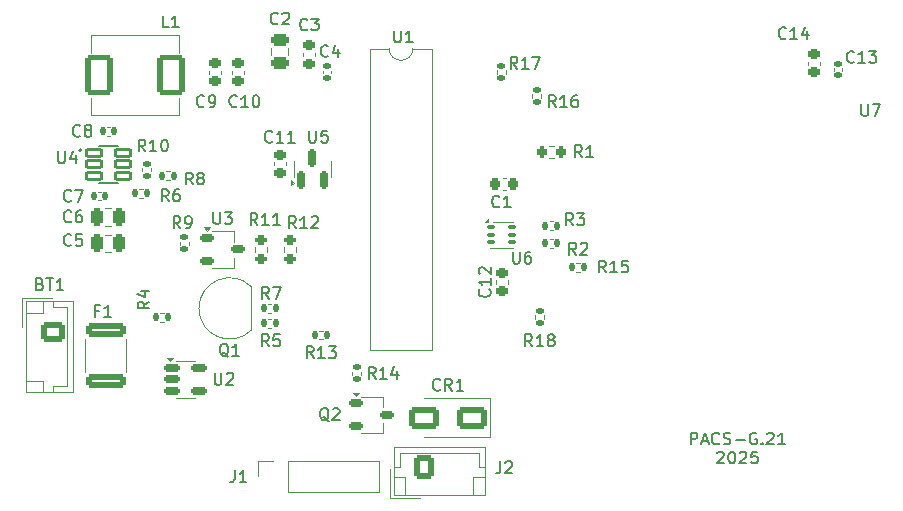
<source format=gbr>
%TF.GenerationSoftware,KiCad,Pcbnew,8.0.6*%
%TF.CreationDate,2025-02-05T16:39:24-07:00*%
%TF.ProjectId,PACS_1.0,50414353-5f31-42e3-902e-6b696361645f,rev?*%
%TF.SameCoordinates,Original*%
%TF.FileFunction,Legend,Top*%
%TF.FilePolarity,Positive*%
%FSLAX46Y46*%
G04 Gerber Fmt 4.6, Leading zero omitted, Abs format (unit mm)*
G04 Created by KiCad (PCBNEW 8.0.6) date 2025-02-05 16:39:24*
%MOMM*%
%LPD*%
G01*
G04 APERTURE LIST*
G04 Aperture macros list*
%AMRoundRect*
0 Rectangle with rounded corners*
0 $1 Rounding radius*
0 $2 $3 $4 $5 $6 $7 $8 $9 X,Y pos of 4 corners*
0 Add a 4 corners polygon primitive as box body*
4,1,4,$2,$3,$4,$5,$6,$7,$8,$9,$2,$3,0*
0 Add four circle primitives for the rounded corners*
1,1,$1+$1,$2,$3*
1,1,$1+$1,$4,$5*
1,1,$1+$1,$6,$7*
1,1,$1+$1,$8,$9*
0 Add four rect primitives between the rounded corners*
20,1,$1+$1,$2,$3,$4,$5,0*
20,1,$1+$1,$4,$5,$6,$7,0*
20,1,$1+$1,$6,$7,$8,$9,0*
20,1,$1+$1,$8,$9,$2,$3,0*%
G04 Aperture macros list end*
%ADD10C,0.200000*%
%ADD11C,0.153000*%
%ADD12C,0.120000*%
%ADD13C,0.127000*%
%ADD14R,1.500000X1.050000*%
%ADD15O,1.500000X1.050000*%
%ADD16RoundRect,0.140000X-0.140000X-0.170000X0.140000X-0.170000X0.140000X0.170000X-0.140000X0.170000X0*%
%ADD17RoundRect,0.135000X-0.135000X-0.185000X0.135000X-0.185000X0.135000X0.185000X-0.135000X0.185000X0*%
%ADD18R,1.600000X1.600000*%
%ADD19O,1.600000X1.600000*%
%ADD20RoundRect,0.200000X0.200000X0.275000X-0.200000X0.275000X-0.200000X-0.275000X0.200000X-0.275000X0*%
%ADD21RoundRect,0.150000X0.150000X-0.587500X0.150000X0.587500X-0.150000X0.587500X-0.150000X-0.587500X0*%
%ADD22RoundRect,0.135000X-0.185000X0.135000X-0.185000X-0.135000X0.185000X-0.135000X0.185000X0.135000X0*%
%ADD23RoundRect,0.225000X0.250000X-0.225000X0.250000X0.225000X-0.250000X0.225000X-0.250000X-0.225000X0*%
%ADD24RoundRect,0.075000X-0.250000X-0.075000X0.250000X-0.075000X0.250000X0.075000X-0.250000X0.075000X0*%
%ADD25RoundRect,0.135000X0.135000X0.185000X-0.135000X0.185000X-0.135000X-0.185000X0.135000X-0.185000X0*%
%ADD26RoundRect,0.250000X-0.250000X-0.475000X0.250000X-0.475000X0.250000X0.475000X-0.250000X0.475000X0*%
%ADD27R,1.700000X1.700000*%
%ADD28O,1.700000X1.700000*%
%ADD29RoundRect,0.225000X-0.225000X-0.250000X0.225000X-0.250000X0.225000X0.250000X-0.225000X0.250000X0*%
%ADD30RoundRect,0.225000X-0.250000X0.225000X-0.250000X-0.225000X0.250000X-0.225000X0.250000X0.225000X0*%
%ADD31RoundRect,0.250000X-0.750000X0.600000X-0.750000X-0.600000X0.750000X-0.600000X0.750000X0.600000X0*%
%ADD32O,2.000000X1.700000*%
%ADD33RoundRect,0.162500X-0.447500X-0.162500X0.447500X-0.162500X0.447500X0.162500X-0.447500X0.162500X0*%
%ADD34RoundRect,0.140000X0.140000X0.170000X-0.140000X0.170000X-0.140000X-0.170000X0.140000X-0.170000X0*%
%ADD35RoundRect,0.250000X1.000000X0.650000X-1.000000X0.650000X-1.000000X-0.650000X1.000000X-0.650000X0*%
%ADD36RoundRect,0.099250X-0.627750X-0.297750X0.627750X-0.297750X0.627750X0.297750X-0.627750X0.297750X0*%
%ADD37RoundRect,0.250000X-1.450000X0.312500X-1.450000X-0.312500X1.450000X-0.312500X1.450000X0.312500X0*%
%ADD38RoundRect,0.200000X0.275000X-0.200000X0.275000X0.200000X-0.275000X0.200000X-0.275000X-0.200000X0*%
%ADD39RoundRect,0.135000X0.185000X-0.135000X0.185000X0.135000X-0.185000X0.135000X-0.185000X-0.135000X0*%
%ADD40RoundRect,0.140000X-0.170000X0.140000X-0.170000X-0.140000X0.170000X-0.140000X0.170000X0.140000X0*%
%ADD41RoundRect,0.140000X0.170000X-0.140000X0.170000X0.140000X-0.170000X0.140000X-0.170000X-0.140000X0*%
%ADD42RoundRect,0.250000X-0.600000X-0.750000X0.600000X-0.750000X0.600000X0.750000X-0.600000X0.750000X0*%
%ADD43O,1.700000X2.000000*%
%ADD44RoundRect,0.250000X0.475000X-0.250000X0.475000X0.250000X-0.475000X0.250000X-0.475000X-0.250000X0*%
%ADD45RoundRect,0.235000X-0.940000X-1.465000X0.940000X-1.465000X0.940000X1.465000X-0.940000X1.465000X0*%
%ADD46C,1.524000*%
%ADD47RoundRect,0.150000X-0.512500X-0.150000X0.512500X-0.150000X0.512500X0.150000X-0.512500X0.150000X0*%
G04 APERTURE END LIST*
D10*
X200023810Y-106507275D02*
X200023810Y-105507275D01*
X200023810Y-105507275D02*
X200404762Y-105507275D01*
X200404762Y-105507275D02*
X200500000Y-105554894D01*
X200500000Y-105554894D02*
X200547619Y-105602513D01*
X200547619Y-105602513D02*
X200595238Y-105697751D01*
X200595238Y-105697751D02*
X200595238Y-105840608D01*
X200595238Y-105840608D02*
X200547619Y-105935846D01*
X200547619Y-105935846D02*
X200500000Y-105983465D01*
X200500000Y-105983465D02*
X200404762Y-106031084D01*
X200404762Y-106031084D02*
X200023810Y-106031084D01*
X200976191Y-106221560D02*
X201452381Y-106221560D01*
X200880953Y-106507275D02*
X201214286Y-105507275D01*
X201214286Y-105507275D02*
X201547619Y-106507275D01*
X202452381Y-106412036D02*
X202404762Y-106459656D01*
X202404762Y-106459656D02*
X202261905Y-106507275D01*
X202261905Y-106507275D02*
X202166667Y-106507275D01*
X202166667Y-106507275D02*
X202023810Y-106459656D01*
X202023810Y-106459656D02*
X201928572Y-106364417D01*
X201928572Y-106364417D02*
X201880953Y-106269179D01*
X201880953Y-106269179D02*
X201833334Y-106078703D01*
X201833334Y-106078703D02*
X201833334Y-105935846D01*
X201833334Y-105935846D02*
X201880953Y-105745370D01*
X201880953Y-105745370D02*
X201928572Y-105650132D01*
X201928572Y-105650132D02*
X202023810Y-105554894D01*
X202023810Y-105554894D02*
X202166667Y-105507275D01*
X202166667Y-105507275D02*
X202261905Y-105507275D01*
X202261905Y-105507275D02*
X202404762Y-105554894D01*
X202404762Y-105554894D02*
X202452381Y-105602513D01*
X202833334Y-106459656D02*
X202976191Y-106507275D01*
X202976191Y-106507275D02*
X203214286Y-106507275D01*
X203214286Y-106507275D02*
X203309524Y-106459656D01*
X203309524Y-106459656D02*
X203357143Y-106412036D01*
X203357143Y-106412036D02*
X203404762Y-106316798D01*
X203404762Y-106316798D02*
X203404762Y-106221560D01*
X203404762Y-106221560D02*
X203357143Y-106126322D01*
X203357143Y-106126322D02*
X203309524Y-106078703D01*
X203309524Y-106078703D02*
X203214286Y-106031084D01*
X203214286Y-106031084D02*
X203023810Y-105983465D01*
X203023810Y-105983465D02*
X202928572Y-105935846D01*
X202928572Y-105935846D02*
X202880953Y-105888227D01*
X202880953Y-105888227D02*
X202833334Y-105792989D01*
X202833334Y-105792989D02*
X202833334Y-105697751D01*
X202833334Y-105697751D02*
X202880953Y-105602513D01*
X202880953Y-105602513D02*
X202928572Y-105554894D01*
X202928572Y-105554894D02*
X203023810Y-105507275D01*
X203023810Y-105507275D02*
X203261905Y-105507275D01*
X203261905Y-105507275D02*
X203404762Y-105554894D01*
X203833334Y-106126322D02*
X204595239Y-106126322D01*
X205595238Y-105554894D02*
X205500000Y-105507275D01*
X205500000Y-105507275D02*
X205357143Y-105507275D01*
X205357143Y-105507275D02*
X205214286Y-105554894D01*
X205214286Y-105554894D02*
X205119048Y-105650132D01*
X205119048Y-105650132D02*
X205071429Y-105745370D01*
X205071429Y-105745370D02*
X205023810Y-105935846D01*
X205023810Y-105935846D02*
X205023810Y-106078703D01*
X205023810Y-106078703D02*
X205071429Y-106269179D01*
X205071429Y-106269179D02*
X205119048Y-106364417D01*
X205119048Y-106364417D02*
X205214286Y-106459656D01*
X205214286Y-106459656D02*
X205357143Y-106507275D01*
X205357143Y-106507275D02*
X205452381Y-106507275D01*
X205452381Y-106507275D02*
X205595238Y-106459656D01*
X205595238Y-106459656D02*
X205642857Y-106412036D01*
X205642857Y-106412036D02*
X205642857Y-106078703D01*
X205642857Y-106078703D02*
X205452381Y-106078703D01*
X206071429Y-106412036D02*
X206119048Y-106459656D01*
X206119048Y-106459656D02*
X206071429Y-106507275D01*
X206071429Y-106507275D02*
X206023810Y-106459656D01*
X206023810Y-106459656D02*
X206071429Y-106412036D01*
X206071429Y-106412036D02*
X206071429Y-106507275D01*
X206500000Y-105602513D02*
X206547619Y-105554894D01*
X206547619Y-105554894D02*
X206642857Y-105507275D01*
X206642857Y-105507275D02*
X206880952Y-105507275D01*
X206880952Y-105507275D02*
X206976190Y-105554894D01*
X206976190Y-105554894D02*
X207023809Y-105602513D01*
X207023809Y-105602513D02*
X207071428Y-105697751D01*
X207071428Y-105697751D02*
X207071428Y-105792989D01*
X207071428Y-105792989D02*
X207023809Y-105935846D01*
X207023809Y-105935846D02*
X206452381Y-106507275D01*
X206452381Y-106507275D02*
X207071428Y-106507275D01*
X208023809Y-106507275D02*
X207452381Y-106507275D01*
X207738095Y-106507275D02*
X207738095Y-105507275D01*
X207738095Y-105507275D02*
X207642857Y-105650132D01*
X207642857Y-105650132D02*
X207547619Y-105745370D01*
X207547619Y-105745370D02*
X207452381Y-105792989D01*
X202285714Y-107212457D02*
X202333333Y-107164838D01*
X202333333Y-107164838D02*
X202428571Y-107117219D01*
X202428571Y-107117219D02*
X202666666Y-107117219D01*
X202666666Y-107117219D02*
X202761904Y-107164838D01*
X202761904Y-107164838D02*
X202809523Y-107212457D01*
X202809523Y-107212457D02*
X202857142Y-107307695D01*
X202857142Y-107307695D02*
X202857142Y-107402933D01*
X202857142Y-107402933D02*
X202809523Y-107545790D01*
X202809523Y-107545790D02*
X202238095Y-108117219D01*
X202238095Y-108117219D02*
X202857142Y-108117219D01*
X203476190Y-107117219D02*
X203571428Y-107117219D01*
X203571428Y-107117219D02*
X203666666Y-107164838D01*
X203666666Y-107164838D02*
X203714285Y-107212457D01*
X203714285Y-107212457D02*
X203761904Y-107307695D01*
X203761904Y-107307695D02*
X203809523Y-107498171D01*
X203809523Y-107498171D02*
X203809523Y-107736266D01*
X203809523Y-107736266D02*
X203761904Y-107926742D01*
X203761904Y-107926742D02*
X203714285Y-108021980D01*
X203714285Y-108021980D02*
X203666666Y-108069600D01*
X203666666Y-108069600D02*
X203571428Y-108117219D01*
X203571428Y-108117219D02*
X203476190Y-108117219D01*
X203476190Y-108117219D02*
X203380952Y-108069600D01*
X203380952Y-108069600D02*
X203333333Y-108021980D01*
X203333333Y-108021980D02*
X203285714Y-107926742D01*
X203285714Y-107926742D02*
X203238095Y-107736266D01*
X203238095Y-107736266D02*
X203238095Y-107498171D01*
X203238095Y-107498171D02*
X203285714Y-107307695D01*
X203285714Y-107307695D02*
X203333333Y-107212457D01*
X203333333Y-107212457D02*
X203380952Y-107164838D01*
X203380952Y-107164838D02*
X203476190Y-107117219D01*
X204190476Y-107212457D02*
X204238095Y-107164838D01*
X204238095Y-107164838D02*
X204333333Y-107117219D01*
X204333333Y-107117219D02*
X204571428Y-107117219D01*
X204571428Y-107117219D02*
X204666666Y-107164838D01*
X204666666Y-107164838D02*
X204714285Y-107212457D01*
X204714285Y-107212457D02*
X204761904Y-107307695D01*
X204761904Y-107307695D02*
X204761904Y-107402933D01*
X204761904Y-107402933D02*
X204714285Y-107545790D01*
X204714285Y-107545790D02*
X204142857Y-108117219D01*
X204142857Y-108117219D02*
X204761904Y-108117219D01*
X205666666Y-107117219D02*
X205190476Y-107117219D01*
X205190476Y-107117219D02*
X205142857Y-107593409D01*
X205142857Y-107593409D02*
X205190476Y-107545790D01*
X205190476Y-107545790D02*
X205285714Y-107498171D01*
X205285714Y-107498171D02*
X205523809Y-107498171D01*
X205523809Y-107498171D02*
X205619047Y-107545790D01*
X205619047Y-107545790D02*
X205666666Y-107593409D01*
X205666666Y-107593409D02*
X205714285Y-107688647D01*
X205714285Y-107688647D02*
X205714285Y-107926742D01*
X205714285Y-107926742D02*
X205666666Y-108021980D01*
X205666666Y-108021980D02*
X205619047Y-108069600D01*
X205619047Y-108069600D02*
X205523809Y-108117219D01*
X205523809Y-108117219D02*
X205285714Y-108117219D01*
X205285714Y-108117219D02*
X205190476Y-108069600D01*
X205190476Y-108069600D02*
X205142857Y-108021980D01*
D11*
X160904761Y-99089901D02*
X160809523Y-99042282D01*
X160809523Y-99042282D02*
X160714285Y-98947044D01*
X160714285Y-98947044D02*
X160571428Y-98804186D01*
X160571428Y-98804186D02*
X160476190Y-98756567D01*
X160476190Y-98756567D02*
X160380952Y-98756567D01*
X160428571Y-98994663D02*
X160333333Y-98947044D01*
X160333333Y-98947044D02*
X160238095Y-98851805D01*
X160238095Y-98851805D02*
X160190476Y-98661329D01*
X160190476Y-98661329D02*
X160190476Y-98327996D01*
X160190476Y-98327996D02*
X160238095Y-98137520D01*
X160238095Y-98137520D02*
X160333333Y-98042282D01*
X160333333Y-98042282D02*
X160428571Y-97994663D01*
X160428571Y-97994663D02*
X160619047Y-97994663D01*
X160619047Y-97994663D02*
X160714285Y-98042282D01*
X160714285Y-98042282D02*
X160809523Y-98137520D01*
X160809523Y-98137520D02*
X160857142Y-98327996D01*
X160857142Y-98327996D02*
X160857142Y-98661329D01*
X160857142Y-98661329D02*
X160809523Y-98851805D01*
X160809523Y-98851805D02*
X160714285Y-98947044D01*
X160714285Y-98947044D02*
X160619047Y-98994663D01*
X160619047Y-98994663D02*
X160428571Y-98994663D01*
X161809523Y-98994663D02*
X161238095Y-98994663D01*
X161523809Y-98994663D02*
X161523809Y-97994663D01*
X161523809Y-97994663D02*
X161428571Y-98137520D01*
X161428571Y-98137520D02*
X161333333Y-98232758D01*
X161333333Y-98232758D02*
X161238095Y-98280377D01*
X147583333Y-85859424D02*
X147535714Y-85907044D01*
X147535714Y-85907044D02*
X147392857Y-85954663D01*
X147392857Y-85954663D02*
X147297619Y-85954663D01*
X147297619Y-85954663D02*
X147154762Y-85907044D01*
X147154762Y-85907044D02*
X147059524Y-85811805D01*
X147059524Y-85811805D02*
X147011905Y-85716567D01*
X147011905Y-85716567D02*
X146964286Y-85526091D01*
X146964286Y-85526091D02*
X146964286Y-85383234D01*
X146964286Y-85383234D02*
X147011905Y-85192758D01*
X147011905Y-85192758D02*
X147059524Y-85097520D01*
X147059524Y-85097520D02*
X147154762Y-85002282D01*
X147154762Y-85002282D02*
X147297619Y-84954663D01*
X147297619Y-84954663D02*
X147392857Y-84954663D01*
X147392857Y-84954663D02*
X147535714Y-85002282D01*
X147535714Y-85002282D02*
X147583333Y-85049901D01*
X147916667Y-84954663D02*
X148583333Y-84954663D01*
X148583333Y-84954663D02*
X148154762Y-85954663D01*
X168107142Y-99204663D02*
X167773809Y-98728472D01*
X167535714Y-99204663D02*
X167535714Y-98204663D01*
X167535714Y-98204663D02*
X167916666Y-98204663D01*
X167916666Y-98204663D02*
X168011904Y-98252282D01*
X168011904Y-98252282D02*
X168059523Y-98299901D01*
X168059523Y-98299901D02*
X168107142Y-98395139D01*
X168107142Y-98395139D02*
X168107142Y-98537996D01*
X168107142Y-98537996D02*
X168059523Y-98633234D01*
X168059523Y-98633234D02*
X168011904Y-98680853D01*
X168011904Y-98680853D02*
X167916666Y-98728472D01*
X167916666Y-98728472D02*
X167535714Y-98728472D01*
X169059523Y-99204663D02*
X168488095Y-99204663D01*
X168773809Y-99204663D02*
X168773809Y-98204663D01*
X168773809Y-98204663D02*
X168678571Y-98347520D01*
X168678571Y-98347520D02*
X168583333Y-98442758D01*
X168583333Y-98442758D02*
X168488095Y-98490377D01*
X169392857Y-98204663D02*
X170011904Y-98204663D01*
X170011904Y-98204663D02*
X169678571Y-98585615D01*
X169678571Y-98585615D02*
X169821428Y-98585615D01*
X169821428Y-98585615D02*
X169916666Y-98633234D01*
X169916666Y-98633234D02*
X169964285Y-98680853D01*
X169964285Y-98680853D02*
X170011904Y-98776091D01*
X170011904Y-98776091D02*
X170011904Y-99014186D01*
X170011904Y-99014186D02*
X169964285Y-99109424D01*
X169964285Y-99109424D02*
X169916666Y-99157044D01*
X169916666Y-99157044D02*
X169821428Y-99204663D01*
X169821428Y-99204663D02*
X169535714Y-99204663D01*
X169535714Y-99204663D02*
X169440476Y-99157044D01*
X169440476Y-99157044D02*
X169392857Y-99109424D01*
X192857142Y-91954663D02*
X192523809Y-91478472D01*
X192285714Y-91954663D02*
X192285714Y-90954663D01*
X192285714Y-90954663D02*
X192666666Y-90954663D01*
X192666666Y-90954663D02*
X192761904Y-91002282D01*
X192761904Y-91002282D02*
X192809523Y-91049901D01*
X192809523Y-91049901D02*
X192857142Y-91145139D01*
X192857142Y-91145139D02*
X192857142Y-91287996D01*
X192857142Y-91287996D02*
X192809523Y-91383234D01*
X192809523Y-91383234D02*
X192761904Y-91430853D01*
X192761904Y-91430853D02*
X192666666Y-91478472D01*
X192666666Y-91478472D02*
X192285714Y-91478472D01*
X193809523Y-91954663D02*
X193238095Y-91954663D01*
X193523809Y-91954663D02*
X193523809Y-90954663D01*
X193523809Y-90954663D02*
X193428571Y-91097520D01*
X193428571Y-91097520D02*
X193333333Y-91192758D01*
X193333333Y-91192758D02*
X193238095Y-91240377D01*
X194714285Y-90954663D02*
X194238095Y-90954663D01*
X194238095Y-90954663D02*
X194190476Y-91430853D01*
X194190476Y-91430853D02*
X194238095Y-91383234D01*
X194238095Y-91383234D02*
X194333333Y-91335615D01*
X194333333Y-91335615D02*
X194571428Y-91335615D01*
X194571428Y-91335615D02*
X194666666Y-91383234D01*
X194666666Y-91383234D02*
X194714285Y-91430853D01*
X194714285Y-91430853D02*
X194761904Y-91526091D01*
X194761904Y-91526091D02*
X194761904Y-91764186D01*
X194761904Y-91764186D02*
X194714285Y-91859424D01*
X194714285Y-91859424D02*
X194666666Y-91907044D01*
X194666666Y-91907044D02*
X194571428Y-91954663D01*
X194571428Y-91954663D02*
X194333333Y-91954663D01*
X194333333Y-91954663D02*
X194238095Y-91907044D01*
X194238095Y-91907044D02*
X194190476Y-91859424D01*
X174938095Y-71479663D02*
X174938095Y-72289186D01*
X174938095Y-72289186D02*
X174985714Y-72384424D01*
X174985714Y-72384424D02*
X175033333Y-72432044D01*
X175033333Y-72432044D02*
X175128571Y-72479663D01*
X175128571Y-72479663D02*
X175319047Y-72479663D01*
X175319047Y-72479663D02*
X175414285Y-72432044D01*
X175414285Y-72432044D02*
X175461904Y-72384424D01*
X175461904Y-72384424D02*
X175509523Y-72289186D01*
X175509523Y-72289186D02*
X175509523Y-71479663D01*
X176509523Y-72479663D02*
X175938095Y-72479663D01*
X176223809Y-72479663D02*
X176223809Y-71479663D01*
X176223809Y-71479663D02*
X176128571Y-71622520D01*
X176128571Y-71622520D02*
X176033333Y-71717758D01*
X176033333Y-71717758D02*
X175938095Y-71765377D01*
X190833333Y-82204663D02*
X190500000Y-81728472D01*
X190261905Y-82204663D02*
X190261905Y-81204663D01*
X190261905Y-81204663D02*
X190642857Y-81204663D01*
X190642857Y-81204663D02*
X190738095Y-81252282D01*
X190738095Y-81252282D02*
X190785714Y-81299901D01*
X190785714Y-81299901D02*
X190833333Y-81395139D01*
X190833333Y-81395139D02*
X190833333Y-81537996D01*
X190833333Y-81537996D02*
X190785714Y-81633234D01*
X190785714Y-81633234D02*
X190738095Y-81680853D01*
X190738095Y-81680853D02*
X190642857Y-81728472D01*
X190642857Y-81728472D02*
X190261905Y-81728472D01*
X191785714Y-82204663D02*
X191214286Y-82204663D01*
X191500000Y-82204663D02*
X191500000Y-81204663D01*
X191500000Y-81204663D02*
X191404762Y-81347520D01*
X191404762Y-81347520D02*
X191309524Y-81442758D01*
X191309524Y-81442758D02*
X191214286Y-81490377D01*
X167738095Y-79954663D02*
X167738095Y-80764186D01*
X167738095Y-80764186D02*
X167785714Y-80859424D01*
X167785714Y-80859424D02*
X167833333Y-80907044D01*
X167833333Y-80907044D02*
X167928571Y-80954663D01*
X167928571Y-80954663D02*
X168119047Y-80954663D01*
X168119047Y-80954663D02*
X168214285Y-80907044D01*
X168214285Y-80907044D02*
X168261904Y-80859424D01*
X168261904Y-80859424D02*
X168309523Y-80764186D01*
X168309523Y-80764186D02*
X168309523Y-79954663D01*
X169261904Y-79954663D02*
X168785714Y-79954663D01*
X168785714Y-79954663D02*
X168738095Y-80430853D01*
X168738095Y-80430853D02*
X168785714Y-80383234D01*
X168785714Y-80383234D02*
X168880952Y-80335615D01*
X168880952Y-80335615D02*
X169119047Y-80335615D01*
X169119047Y-80335615D02*
X169214285Y-80383234D01*
X169214285Y-80383234D02*
X169261904Y-80430853D01*
X169261904Y-80430853D02*
X169309523Y-80526091D01*
X169309523Y-80526091D02*
X169309523Y-80764186D01*
X169309523Y-80764186D02*
X169261904Y-80859424D01*
X169261904Y-80859424D02*
X169214285Y-80907044D01*
X169214285Y-80907044D02*
X169119047Y-80954663D01*
X169119047Y-80954663D02*
X168880952Y-80954663D01*
X168880952Y-80954663D02*
X168785714Y-80907044D01*
X168785714Y-80907044D02*
X168738095Y-80859424D01*
X173357142Y-100954663D02*
X173023809Y-100478472D01*
X172785714Y-100954663D02*
X172785714Y-99954663D01*
X172785714Y-99954663D02*
X173166666Y-99954663D01*
X173166666Y-99954663D02*
X173261904Y-100002282D01*
X173261904Y-100002282D02*
X173309523Y-100049901D01*
X173309523Y-100049901D02*
X173357142Y-100145139D01*
X173357142Y-100145139D02*
X173357142Y-100287996D01*
X173357142Y-100287996D02*
X173309523Y-100383234D01*
X173309523Y-100383234D02*
X173261904Y-100430853D01*
X173261904Y-100430853D02*
X173166666Y-100478472D01*
X173166666Y-100478472D02*
X172785714Y-100478472D01*
X174309523Y-100954663D02*
X173738095Y-100954663D01*
X174023809Y-100954663D02*
X174023809Y-99954663D01*
X174023809Y-99954663D02*
X173928571Y-100097520D01*
X173928571Y-100097520D02*
X173833333Y-100192758D01*
X173833333Y-100192758D02*
X173738095Y-100240377D01*
X175166666Y-100287996D02*
X175166666Y-100954663D01*
X174928571Y-99907044D02*
X174690476Y-100621329D01*
X174690476Y-100621329D02*
X175309523Y-100621329D01*
X167583333Y-71359424D02*
X167535714Y-71407044D01*
X167535714Y-71407044D02*
X167392857Y-71454663D01*
X167392857Y-71454663D02*
X167297619Y-71454663D01*
X167297619Y-71454663D02*
X167154762Y-71407044D01*
X167154762Y-71407044D02*
X167059524Y-71311805D01*
X167059524Y-71311805D02*
X167011905Y-71216567D01*
X167011905Y-71216567D02*
X166964286Y-71026091D01*
X166964286Y-71026091D02*
X166964286Y-70883234D01*
X166964286Y-70883234D02*
X167011905Y-70692758D01*
X167011905Y-70692758D02*
X167059524Y-70597520D01*
X167059524Y-70597520D02*
X167154762Y-70502282D01*
X167154762Y-70502282D02*
X167297619Y-70454663D01*
X167297619Y-70454663D02*
X167392857Y-70454663D01*
X167392857Y-70454663D02*
X167535714Y-70502282D01*
X167535714Y-70502282D02*
X167583333Y-70549901D01*
X167916667Y-70454663D02*
X168535714Y-70454663D01*
X168535714Y-70454663D02*
X168202381Y-70835615D01*
X168202381Y-70835615D02*
X168345238Y-70835615D01*
X168345238Y-70835615D02*
X168440476Y-70883234D01*
X168440476Y-70883234D02*
X168488095Y-70930853D01*
X168488095Y-70930853D02*
X168535714Y-71026091D01*
X168535714Y-71026091D02*
X168535714Y-71264186D01*
X168535714Y-71264186D02*
X168488095Y-71359424D01*
X168488095Y-71359424D02*
X168440476Y-71407044D01*
X168440476Y-71407044D02*
X168345238Y-71454663D01*
X168345238Y-71454663D02*
X168059524Y-71454663D01*
X168059524Y-71454663D02*
X167964286Y-71407044D01*
X167964286Y-71407044D02*
X167916667Y-71359424D01*
X184988095Y-90204663D02*
X184988095Y-91014186D01*
X184988095Y-91014186D02*
X185035714Y-91109424D01*
X185035714Y-91109424D02*
X185083333Y-91157044D01*
X185083333Y-91157044D02*
X185178571Y-91204663D01*
X185178571Y-91204663D02*
X185369047Y-91204663D01*
X185369047Y-91204663D02*
X185464285Y-91157044D01*
X185464285Y-91157044D02*
X185511904Y-91109424D01*
X185511904Y-91109424D02*
X185559523Y-91014186D01*
X185559523Y-91014186D02*
X185559523Y-90204663D01*
X186464285Y-90204663D02*
X186273809Y-90204663D01*
X186273809Y-90204663D02*
X186178571Y-90252282D01*
X186178571Y-90252282D02*
X186130952Y-90299901D01*
X186130952Y-90299901D02*
X186035714Y-90442758D01*
X186035714Y-90442758D02*
X185988095Y-90633234D01*
X185988095Y-90633234D02*
X185988095Y-91014186D01*
X185988095Y-91014186D02*
X186035714Y-91109424D01*
X186035714Y-91109424D02*
X186083333Y-91157044D01*
X186083333Y-91157044D02*
X186178571Y-91204663D01*
X186178571Y-91204663D02*
X186369047Y-91204663D01*
X186369047Y-91204663D02*
X186464285Y-91157044D01*
X186464285Y-91157044D02*
X186511904Y-91109424D01*
X186511904Y-91109424D02*
X186559523Y-91014186D01*
X186559523Y-91014186D02*
X186559523Y-90776091D01*
X186559523Y-90776091D02*
X186511904Y-90680853D01*
X186511904Y-90680853D02*
X186464285Y-90633234D01*
X186464285Y-90633234D02*
X186369047Y-90585615D01*
X186369047Y-90585615D02*
X186178571Y-90585615D01*
X186178571Y-90585615D02*
X186083333Y-90633234D01*
X186083333Y-90633234D02*
X186035714Y-90680853D01*
X186035714Y-90680853D02*
X185988095Y-90776091D01*
X155833333Y-85929663D02*
X155500000Y-85453472D01*
X155261905Y-85929663D02*
X155261905Y-84929663D01*
X155261905Y-84929663D02*
X155642857Y-84929663D01*
X155642857Y-84929663D02*
X155738095Y-84977282D01*
X155738095Y-84977282D02*
X155785714Y-85024901D01*
X155785714Y-85024901D02*
X155833333Y-85120139D01*
X155833333Y-85120139D02*
X155833333Y-85262996D01*
X155833333Y-85262996D02*
X155785714Y-85358234D01*
X155785714Y-85358234D02*
X155738095Y-85405853D01*
X155738095Y-85405853D02*
X155642857Y-85453472D01*
X155642857Y-85453472D02*
X155261905Y-85453472D01*
X156690476Y-84929663D02*
X156500000Y-84929663D01*
X156500000Y-84929663D02*
X156404762Y-84977282D01*
X156404762Y-84977282D02*
X156357143Y-85024901D01*
X156357143Y-85024901D02*
X156261905Y-85167758D01*
X156261905Y-85167758D02*
X156214286Y-85358234D01*
X156214286Y-85358234D02*
X156214286Y-85739186D01*
X156214286Y-85739186D02*
X156261905Y-85834424D01*
X156261905Y-85834424D02*
X156309524Y-85882044D01*
X156309524Y-85882044D02*
X156404762Y-85929663D01*
X156404762Y-85929663D02*
X156595238Y-85929663D01*
X156595238Y-85929663D02*
X156690476Y-85882044D01*
X156690476Y-85882044D02*
X156738095Y-85834424D01*
X156738095Y-85834424D02*
X156785714Y-85739186D01*
X156785714Y-85739186D02*
X156785714Y-85501091D01*
X156785714Y-85501091D02*
X156738095Y-85405853D01*
X156738095Y-85405853D02*
X156690476Y-85358234D01*
X156690476Y-85358234D02*
X156595238Y-85310615D01*
X156595238Y-85310615D02*
X156404762Y-85310615D01*
X156404762Y-85310615D02*
X156309524Y-85358234D01*
X156309524Y-85358234D02*
X156261905Y-85405853D01*
X156261905Y-85405853D02*
X156214286Y-85501091D01*
X147583333Y-87609424D02*
X147535714Y-87657044D01*
X147535714Y-87657044D02*
X147392857Y-87704663D01*
X147392857Y-87704663D02*
X147297619Y-87704663D01*
X147297619Y-87704663D02*
X147154762Y-87657044D01*
X147154762Y-87657044D02*
X147059524Y-87561805D01*
X147059524Y-87561805D02*
X147011905Y-87466567D01*
X147011905Y-87466567D02*
X146964286Y-87276091D01*
X146964286Y-87276091D02*
X146964286Y-87133234D01*
X146964286Y-87133234D02*
X147011905Y-86942758D01*
X147011905Y-86942758D02*
X147059524Y-86847520D01*
X147059524Y-86847520D02*
X147154762Y-86752282D01*
X147154762Y-86752282D02*
X147297619Y-86704663D01*
X147297619Y-86704663D02*
X147392857Y-86704663D01*
X147392857Y-86704663D02*
X147535714Y-86752282D01*
X147535714Y-86752282D02*
X147583333Y-86799901D01*
X148440476Y-86704663D02*
X148250000Y-86704663D01*
X148250000Y-86704663D02*
X148154762Y-86752282D01*
X148154762Y-86752282D02*
X148107143Y-86799901D01*
X148107143Y-86799901D02*
X148011905Y-86942758D01*
X148011905Y-86942758D02*
X147964286Y-87133234D01*
X147964286Y-87133234D02*
X147964286Y-87514186D01*
X147964286Y-87514186D02*
X148011905Y-87609424D01*
X148011905Y-87609424D02*
X148059524Y-87657044D01*
X148059524Y-87657044D02*
X148154762Y-87704663D01*
X148154762Y-87704663D02*
X148345238Y-87704663D01*
X148345238Y-87704663D02*
X148440476Y-87657044D01*
X148440476Y-87657044D02*
X148488095Y-87609424D01*
X148488095Y-87609424D02*
X148535714Y-87514186D01*
X148535714Y-87514186D02*
X148535714Y-87276091D01*
X148535714Y-87276091D02*
X148488095Y-87180853D01*
X148488095Y-87180853D02*
X148440476Y-87133234D01*
X148440476Y-87133234D02*
X148345238Y-87085615D01*
X148345238Y-87085615D02*
X148154762Y-87085615D01*
X148154762Y-87085615D02*
X148059524Y-87133234D01*
X148059524Y-87133234D02*
X148011905Y-87180853D01*
X148011905Y-87180853D02*
X147964286Y-87276091D01*
X161416666Y-108704663D02*
X161416666Y-109418948D01*
X161416666Y-109418948D02*
X161369047Y-109561805D01*
X161369047Y-109561805D02*
X161273809Y-109657044D01*
X161273809Y-109657044D02*
X161130952Y-109704663D01*
X161130952Y-109704663D02*
X161035714Y-109704663D01*
X162416666Y-109704663D02*
X161845238Y-109704663D01*
X162130952Y-109704663D02*
X162130952Y-108704663D01*
X162130952Y-108704663D02*
X162035714Y-108847520D01*
X162035714Y-108847520D02*
X161940476Y-108942758D01*
X161940476Y-108942758D02*
X161845238Y-108990377D01*
X185357142Y-74704663D02*
X185023809Y-74228472D01*
X184785714Y-74704663D02*
X184785714Y-73704663D01*
X184785714Y-73704663D02*
X185166666Y-73704663D01*
X185166666Y-73704663D02*
X185261904Y-73752282D01*
X185261904Y-73752282D02*
X185309523Y-73799901D01*
X185309523Y-73799901D02*
X185357142Y-73895139D01*
X185357142Y-73895139D02*
X185357142Y-74037996D01*
X185357142Y-74037996D02*
X185309523Y-74133234D01*
X185309523Y-74133234D02*
X185261904Y-74180853D01*
X185261904Y-74180853D02*
X185166666Y-74228472D01*
X185166666Y-74228472D02*
X184785714Y-74228472D01*
X186309523Y-74704663D02*
X185738095Y-74704663D01*
X186023809Y-74704663D02*
X186023809Y-73704663D01*
X186023809Y-73704663D02*
X185928571Y-73847520D01*
X185928571Y-73847520D02*
X185833333Y-73942758D01*
X185833333Y-73942758D02*
X185738095Y-73990377D01*
X186642857Y-73704663D02*
X187309523Y-73704663D01*
X187309523Y-73704663D02*
X186880952Y-74704663D01*
X183833333Y-86359424D02*
X183785714Y-86407044D01*
X183785714Y-86407044D02*
X183642857Y-86454663D01*
X183642857Y-86454663D02*
X183547619Y-86454663D01*
X183547619Y-86454663D02*
X183404762Y-86407044D01*
X183404762Y-86407044D02*
X183309524Y-86311805D01*
X183309524Y-86311805D02*
X183261905Y-86216567D01*
X183261905Y-86216567D02*
X183214286Y-86026091D01*
X183214286Y-86026091D02*
X183214286Y-85883234D01*
X183214286Y-85883234D02*
X183261905Y-85692758D01*
X183261905Y-85692758D02*
X183309524Y-85597520D01*
X183309524Y-85597520D02*
X183404762Y-85502282D01*
X183404762Y-85502282D02*
X183547619Y-85454663D01*
X183547619Y-85454663D02*
X183642857Y-85454663D01*
X183642857Y-85454663D02*
X183785714Y-85502282D01*
X183785714Y-85502282D02*
X183833333Y-85549901D01*
X184785714Y-86454663D02*
X184214286Y-86454663D01*
X184500000Y-86454663D02*
X184500000Y-85454663D01*
X184500000Y-85454663D02*
X184404762Y-85597520D01*
X184404762Y-85597520D02*
X184309524Y-85692758D01*
X184309524Y-85692758D02*
X184214286Y-85740377D01*
X164607142Y-80859424D02*
X164559523Y-80907044D01*
X164559523Y-80907044D02*
X164416666Y-80954663D01*
X164416666Y-80954663D02*
X164321428Y-80954663D01*
X164321428Y-80954663D02*
X164178571Y-80907044D01*
X164178571Y-80907044D02*
X164083333Y-80811805D01*
X164083333Y-80811805D02*
X164035714Y-80716567D01*
X164035714Y-80716567D02*
X163988095Y-80526091D01*
X163988095Y-80526091D02*
X163988095Y-80383234D01*
X163988095Y-80383234D02*
X164035714Y-80192758D01*
X164035714Y-80192758D02*
X164083333Y-80097520D01*
X164083333Y-80097520D02*
X164178571Y-80002282D01*
X164178571Y-80002282D02*
X164321428Y-79954663D01*
X164321428Y-79954663D02*
X164416666Y-79954663D01*
X164416666Y-79954663D02*
X164559523Y-80002282D01*
X164559523Y-80002282D02*
X164607142Y-80049901D01*
X165559523Y-80954663D02*
X164988095Y-80954663D01*
X165273809Y-80954663D02*
X165273809Y-79954663D01*
X165273809Y-79954663D02*
X165178571Y-80097520D01*
X165178571Y-80097520D02*
X165083333Y-80192758D01*
X165083333Y-80192758D02*
X164988095Y-80240377D01*
X166511904Y-80954663D02*
X165940476Y-80954663D01*
X166226190Y-80954663D02*
X166226190Y-79954663D01*
X166226190Y-79954663D02*
X166130952Y-80097520D01*
X166130952Y-80097520D02*
X166035714Y-80192758D01*
X166035714Y-80192758D02*
X165940476Y-80240377D01*
X154204663Y-94416666D02*
X153728472Y-94749999D01*
X154204663Y-94988094D02*
X153204663Y-94988094D01*
X153204663Y-94988094D02*
X153204663Y-94607142D01*
X153204663Y-94607142D02*
X153252282Y-94511904D01*
X153252282Y-94511904D02*
X153299901Y-94464285D01*
X153299901Y-94464285D02*
X153395139Y-94416666D01*
X153395139Y-94416666D02*
X153537996Y-94416666D01*
X153537996Y-94416666D02*
X153633234Y-94464285D01*
X153633234Y-94464285D02*
X153680853Y-94511904D01*
X153680853Y-94511904D02*
X153728472Y-94607142D01*
X153728472Y-94607142D02*
X153728472Y-94988094D01*
X153537996Y-93559523D02*
X154204663Y-93559523D01*
X153157044Y-93797618D02*
X153871329Y-94035713D01*
X153871329Y-94035713D02*
X153871329Y-93416666D01*
X144964285Y-92930853D02*
X145107142Y-92978472D01*
X145107142Y-92978472D02*
X145154761Y-93026091D01*
X145154761Y-93026091D02*
X145202380Y-93121329D01*
X145202380Y-93121329D02*
X145202380Y-93264186D01*
X145202380Y-93264186D02*
X145154761Y-93359424D01*
X145154761Y-93359424D02*
X145107142Y-93407044D01*
X145107142Y-93407044D02*
X145011904Y-93454663D01*
X145011904Y-93454663D02*
X144630952Y-93454663D01*
X144630952Y-93454663D02*
X144630952Y-92454663D01*
X144630952Y-92454663D02*
X144964285Y-92454663D01*
X144964285Y-92454663D02*
X145059523Y-92502282D01*
X145059523Y-92502282D02*
X145107142Y-92549901D01*
X145107142Y-92549901D02*
X145154761Y-92645139D01*
X145154761Y-92645139D02*
X145154761Y-92740377D01*
X145154761Y-92740377D02*
X145107142Y-92835615D01*
X145107142Y-92835615D02*
X145059523Y-92883234D01*
X145059523Y-92883234D02*
X144964285Y-92930853D01*
X144964285Y-92930853D02*
X144630952Y-92930853D01*
X145488095Y-92454663D02*
X146059523Y-92454663D01*
X145773809Y-93454663D02*
X145773809Y-92454663D01*
X146916666Y-93454663D02*
X146345238Y-93454663D01*
X146630952Y-93454663D02*
X146630952Y-92454663D01*
X146630952Y-92454663D02*
X146535714Y-92597520D01*
X146535714Y-92597520D02*
X146440476Y-92692758D01*
X146440476Y-92692758D02*
X146345238Y-92740377D01*
X159628095Y-86854663D02*
X159628095Y-87664186D01*
X159628095Y-87664186D02*
X159675714Y-87759424D01*
X159675714Y-87759424D02*
X159723333Y-87807044D01*
X159723333Y-87807044D02*
X159818571Y-87854663D01*
X159818571Y-87854663D02*
X160009047Y-87854663D01*
X160009047Y-87854663D02*
X160104285Y-87807044D01*
X160104285Y-87807044D02*
X160151904Y-87759424D01*
X160151904Y-87759424D02*
X160199523Y-87664186D01*
X160199523Y-87664186D02*
X160199523Y-86854663D01*
X160580476Y-86854663D02*
X161199523Y-86854663D01*
X161199523Y-86854663D02*
X160866190Y-87235615D01*
X160866190Y-87235615D02*
X161009047Y-87235615D01*
X161009047Y-87235615D02*
X161104285Y-87283234D01*
X161104285Y-87283234D02*
X161151904Y-87330853D01*
X161151904Y-87330853D02*
X161199523Y-87426091D01*
X161199523Y-87426091D02*
X161199523Y-87664186D01*
X161199523Y-87664186D02*
X161151904Y-87759424D01*
X161151904Y-87759424D02*
X161104285Y-87807044D01*
X161104285Y-87807044D02*
X161009047Y-87854663D01*
X161009047Y-87854663D02*
X160723333Y-87854663D01*
X160723333Y-87854663D02*
X160628095Y-87807044D01*
X160628095Y-87807044D02*
X160580476Y-87759424D01*
X148333333Y-80359424D02*
X148285714Y-80407044D01*
X148285714Y-80407044D02*
X148142857Y-80454663D01*
X148142857Y-80454663D02*
X148047619Y-80454663D01*
X148047619Y-80454663D02*
X147904762Y-80407044D01*
X147904762Y-80407044D02*
X147809524Y-80311805D01*
X147809524Y-80311805D02*
X147761905Y-80216567D01*
X147761905Y-80216567D02*
X147714286Y-80026091D01*
X147714286Y-80026091D02*
X147714286Y-79883234D01*
X147714286Y-79883234D02*
X147761905Y-79692758D01*
X147761905Y-79692758D02*
X147809524Y-79597520D01*
X147809524Y-79597520D02*
X147904762Y-79502282D01*
X147904762Y-79502282D02*
X148047619Y-79454663D01*
X148047619Y-79454663D02*
X148142857Y-79454663D01*
X148142857Y-79454663D02*
X148285714Y-79502282D01*
X148285714Y-79502282D02*
X148333333Y-79549901D01*
X148904762Y-79883234D02*
X148809524Y-79835615D01*
X148809524Y-79835615D02*
X148761905Y-79787996D01*
X148761905Y-79787996D02*
X148714286Y-79692758D01*
X148714286Y-79692758D02*
X148714286Y-79645139D01*
X148714286Y-79645139D02*
X148761905Y-79549901D01*
X148761905Y-79549901D02*
X148809524Y-79502282D01*
X148809524Y-79502282D02*
X148904762Y-79454663D01*
X148904762Y-79454663D02*
X149095238Y-79454663D01*
X149095238Y-79454663D02*
X149190476Y-79502282D01*
X149190476Y-79502282D02*
X149238095Y-79549901D01*
X149238095Y-79549901D02*
X149285714Y-79645139D01*
X149285714Y-79645139D02*
X149285714Y-79692758D01*
X149285714Y-79692758D02*
X149238095Y-79787996D01*
X149238095Y-79787996D02*
X149190476Y-79835615D01*
X149190476Y-79835615D02*
X149095238Y-79883234D01*
X149095238Y-79883234D02*
X148904762Y-79883234D01*
X148904762Y-79883234D02*
X148809524Y-79930853D01*
X148809524Y-79930853D02*
X148761905Y-79978472D01*
X148761905Y-79978472D02*
X148714286Y-80073710D01*
X148714286Y-80073710D02*
X148714286Y-80264186D01*
X148714286Y-80264186D02*
X148761905Y-80359424D01*
X148761905Y-80359424D02*
X148809524Y-80407044D01*
X148809524Y-80407044D02*
X148904762Y-80454663D01*
X148904762Y-80454663D02*
X149095238Y-80454663D01*
X149095238Y-80454663D02*
X149190476Y-80407044D01*
X149190476Y-80407044D02*
X149238095Y-80359424D01*
X149238095Y-80359424D02*
X149285714Y-80264186D01*
X149285714Y-80264186D02*
X149285714Y-80073710D01*
X149285714Y-80073710D02*
X149238095Y-79978472D01*
X149238095Y-79978472D02*
X149190476Y-79930853D01*
X149190476Y-79930853D02*
X149095238Y-79883234D01*
X182999424Y-93392857D02*
X183047044Y-93440476D01*
X183047044Y-93440476D02*
X183094663Y-93583333D01*
X183094663Y-93583333D02*
X183094663Y-93678571D01*
X183094663Y-93678571D02*
X183047044Y-93821428D01*
X183047044Y-93821428D02*
X182951805Y-93916666D01*
X182951805Y-93916666D02*
X182856567Y-93964285D01*
X182856567Y-93964285D02*
X182666091Y-94011904D01*
X182666091Y-94011904D02*
X182523234Y-94011904D01*
X182523234Y-94011904D02*
X182332758Y-93964285D01*
X182332758Y-93964285D02*
X182237520Y-93916666D01*
X182237520Y-93916666D02*
X182142282Y-93821428D01*
X182142282Y-93821428D02*
X182094663Y-93678571D01*
X182094663Y-93678571D02*
X182094663Y-93583333D01*
X182094663Y-93583333D02*
X182142282Y-93440476D01*
X182142282Y-93440476D02*
X182189901Y-93392857D01*
X183094663Y-92440476D02*
X183094663Y-93011904D01*
X183094663Y-92726190D02*
X182094663Y-92726190D01*
X182094663Y-92726190D02*
X182237520Y-92821428D01*
X182237520Y-92821428D02*
X182332758Y-92916666D01*
X182332758Y-92916666D02*
X182380377Y-93011904D01*
X182189901Y-92059523D02*
X182142282Y-92011904D01*
X182142282Y-92011904D02*
X182094663Y-91916666D01*
X182094663Y-91916666D02*
X182094663Y-91678571D01*
X182094663Y-91678571D02*
X182142282Y-91583333D01*
X182142282Y-91583333D02*
X182189901Y-91535714D01*
X182189901Y-91535714D02*
X182285139Y-91488095D01*
X182285139Y-91488095D02*
X182380377Y-91488095D01*
X182380377Y-91488095D02*
X182523234Y-91535714D01*
X182523234Y-91535714D02*
X183094663Y-92107142D01*
X183094663Y-92107142D02*
X183094663Y-91488095D01*
X186607142Y-98204663D02*
X186273809Y-97728472D01*
X186035714Y-98204663D02*
X186035714Y-97204663D01*
X186035714Y-97204663D02*
X186416666Y-97204663D01*
X186416666Y-97204663D02*
X186511904Y-97252282D01*
X186511904Y-97252282D02*
X186559523Y-97299901D01*
X186559523Y-97299901D02*
X186607142Y-97395139D01*
X186607142Y-97395139D02*
X186607142Y-97537996D01*
X186607142Y-97537996D02*
X186559523Y-97633234D01*
X186559523Y-97633234D02*
X186511904Y-97680853D01*
X186511904Y-97680853D02*
X186416666Y-97728472D01*
X186416666Y-97728472D02*
X186035714Y-97728472D01*
X187559523Y-98204663D02*
X186988095Y-98204663D01*
X187273809Y-98204663D02*
X187273809Y-97204663D01*
X187273809Y-97204663D02*
X187178571Y-97347520D01*
X187178571Y-97347520D02*
X187083333Y-97442758D01*
X187083333Y-97442758D02*
X186988095Y-97490377D01*
X188130952Y-97633234D02*
X188035714Y-97585615D01*
X188035714Y-97585615D02*
X187988095Y-97537996D01*
X187988095Y-97537996D02*
X187940476Y-97442758D01*
X187940476Y-97442758D02*
X187940476Y-97395139D01*
X187940476Y-97395139D02*
X187988095Y-97299901D01*
X187988095Y-97299901D02*
X188035714Y-97252282D01*
X188035714Y-97252282D02*
X188130952Y-97204663D01*
X188130952Y-97204663D02*
X188321428Y-97204663D01*
X188321428Y-97204663D02*
X188416666Y-97252282D01*
X188416666Y-97252282D02*
X188464285Y-97299901D01*
X188464285Y-97299901D02*
X188511904Y-97395139D01*
X188511904Y-97395139D02*
X188511904Y-97442758D01*
X188511904Y-97442758D02*
X188464285Y-97537996D01*
X188464285Y-97537996D02*
X188416666Y-97585615D01*
X188416666Y-97585615D02*
X188321428Y-97633234D01*
X188321428Y-97633234D02*
X188130952Y-97633234D01*
X188130952Y-97633234D02*
X188035714Y-97680853D01*
X188035714Y-97680853D02*
X187988095Y-97728472D01*
X187988095Y-97728472D02*
X187940476Y-97823710D01*
X187940476Y-97823710D02*
X187940476Y-98014186D01*
X187940476Y-98014186D02*
X187988095Y-98109424D01*
X187988095Y-98109424D02*
X188035714Y-98157044D01*
X188035714Y-98157044D02*
X188130952Y-98204663D01*
X188130952Y-98204663D02*
X188321428Y-98204663D01*
X188321428Y-98204663D02*
X188416666Y-98157044D01*
X188416666Y-98157044D02*
X188464285Y-98109424D01*
X188464285Y-98109424D02*
X188511904Y-98014186D01*
X188511904Y-98014186D02*
X188511904Y-97823710D01*
X188511904Y-97823710D02*
X188464285Y-97728472D01*
X188464285Y-97728472D02*
X188416666Y-97680853D01*
X188416666Y-97680853D02*
X188321428Y-97633234D01*
X161607142Y-77859424D02*
X161559523Y-77907044D01*
X161559523Y-77907044D02*
X161416666Y-77954663D01*
X161416666Y-77954663D02*
X161321428Y-77954663D01*
X161321428Y-77954663D02*
X161178571Y-77907044D01*
X161178571Y-77907044D02*
X161083333Y-77811805D01*
X161083333Y-77811805D02*
X161035714Y-77716567D01*
X161035714Y-77716567D02*
X160988095Y-77526091D01*
X160988095Y-77526091D02*
X160988095Y-77383234D01*
X160988095Y-77383234D02*
X161035714Y-77192758D01*
X161035714Y-77192758D02*
X161083333Y-77097520D01*
X161083333Y-77097520D02*
X161178571Y-77002282D01*
X161178571Y-77002282D02*
X161321428Y-76954663D01*
X161321428Y-76954663D02*
X161416666Y-76954663D01*
X161416666Y-76954663D02*
X161559523Y-77002282D01*
X161559523Y-77002282D02*
X161607142Y-77049901D01*
X162559523Y-77954663D02*
X161988095Y-77954663D01*
X162273809Y-77954663D02*
X162273809Y-76954663D01*
X162273809Y-76954663D02*
X162178571Y-77097520D01*
X162178571Y-77097520D02*
X162083333Y-77192758D01*
X162083333Y-77192758D02*
X161988095Y-77240377D01*
X163178571Y-76954663D02*
X163273809Y-76954663D01*
X163273809Y-76954663D02*
X163369047Y-77002282D01*
X163369047Y-77002282D02*
X163416666Y-77049901D01*
X163416666Y-77049901D02*
X163464285Y-77145139D01*
X163464285Y-77145139D02*
X163511904Y-77335615D01*
X163511904Y-77335615D02*
X163511904Y-77573710D01*
X163511904Y-77573710D02*
X163464285Y-77764186D01*
X163464285Y-77764186D02*
X163416666Y-77859424D01*
X163416666Y-77859424D02*
X163369047Y-77907044D01*
X163369047Y-77907044D02*
X163273809Y-77954663D01*
X163273809Y-77954663D02*
X163178571Y-77954663D01*
X163178571Y-77954663D02*
X163083333Y-77907044D01*
X163083333Y-77907044D02*
X163035714Y-77859424D01*
X163035714Y-77859424D02*
X162988095Y-77764186D01*
X162988095Y-77764186D02*
X162940476Y-77573710D01*
X162940476Y-77573710D02*
X162940476Y-77335615D01*
X162940476Y-77335615D02*
X162988095Y-77145139D01*
X162988095Y-77145139D02*
X163035714Y-77049901D01*
X163035714Y-77049901D02*
X163083333Y-77002282D01*
X163083333Y-77002282D02*
X163178571Y-76954663D01*
X178833333Y-101859424D02*
X178785714Y-101907044D01*
X178785714Y-101907044D02*
X178642857Y-101954663D01*
X178642857Y-101954663D02*
X178547619Y-101954663D01*
X178547619Y-101954663D02*
X178404762Y-101907044D01*
X178404762Y-101907044D02*
X178309524Y-101811805D01*
X178309524Y-101811805D02*
X178261905Y-101716567D01*
X178261905Y-101716567D02*
X178214286Y-101526091D01*
X178214286Y-101526091D02*
X178214286Y-101383234D01*
X178214286Y-101383234D02*
X178261905Y-101192758D01*
X178261905Y-101192758D02*
X178309524Y-101097520D01*
X178309524Y-101097520D02*
X178404762Y-101002282D01*
X178404762Y-101002282D02*
X178547619Y-100954663D01*
X178547619Y-100954663D02*
X178642857Y-100954663D01*
X178642857Y-100954663D02*
X178785714Y-101002282D01*
X178785714Y-101002282D02*
X178833333Y-101049901D01*
X179833333Y-101954663D02*
X179500000Y-101478472D01*
X179261905Y-101954663D02*
X179261905Y-100954663D01*
X179261905Y-100954663D02*
X179642857Y-100954663D01*
X179642857Y-100954663D02*
X179738095Y-101002282D01*
X179738095Y-101002282D02*
X179785714Y-101049901D01*
X179785714Y-101049901D02*
X179833333Y-101145139D01*
X179833333Y-101145139D02*
X179833333Y-101287996D01*
X179833333Y-101287996D02*
X179785714Y-101383234D01*
X179785714Y-101383234D02*
X179738095Y-101430853D01*
X179738095Y-101430853D02*
X179642857Y-101478472D01*
X179642857Y-101478472D02*
X179261905Y-101478472D01*
X180785714Y-101954663D02*
X180214286Y-101954663D01*
X180500000Y-101954663D02*
X180500000Y-100954663D01*
X180500000Y-100954663D02*
X180404762Y-101097520D01*
X180404762Y-101097520D02*
X180309524Y-101192758D01*
X180309524Y-101192758D02*
X180214286Y-101240377D01*
X146488095Y-81704663D02*
X146488095Y-82514186D01*
X146488095Y-82514186D02*
X146535714Y-82609424D01*
X146535714Y-82609424D02*
X146583333Y-82657044D01*
X146583333Y-82657044D02*
X146678571Y-82704663D01*
X146678571Y-82704663D02*
X146869047Y-82704663D01*
X146869047Y-82704663D02*
X146964285Y-82657044D01*
X146964285Y-82657044D02*
X147011904Y-82609424D01*
X147011904Y-82609424D02*
X147059523Y-82514186D01*
X147059523Y-82514186D02*
X147059523Y-81704663D01*
X147964285Y-82037996D02*
X147964285Y-82704663D01*
X147726190Y-81657044D02*
X147488095Y-82371329D01*
X147488095Y-82371329D02*
X148107142Y-82371329D01*
X208107142Y-72109424D02*
X208059523Y-72157044D01*
X208059523Y-72157044D02*
X207916666Y-72204663D01*
X207916666Y-72204663D02*
X207821428Y-72204663D01*
X207821428Y-72204663D02*
X207678571Y-72157044D01*
X207678571Y-72157044D02*
X207583333Y-72061805D01*
X207583333Y-72061805D02*
X207535714Y-71966567D01*
X207535714Y-71966567D02*
X207488095Y-71776091D01*
X207488095Y-71776091D02*
X207488095Y-71633234D01*
X207488095Y-71633234D02*
X207535714Y-71442758D01*
X207535714Y-71442758D02*
X207583333Y-71347520D01*
X207583333Y-71347520D02*
X207678571Y-71252282D01*
X207678571Y-71252282D02*
X207821428Y-71204663D01*
X207821428Y-71204663D02*
X207916666Y-71204663D01*
X207916666Y-71204663D02*
X208059523Y-71252282D01*
X208059523Y-71252282D02*
X208107142Y-71299901D01*
X209059523Y-72204663D02*
X208488095Y-72204663D01*
X208773809Y-72204663D02*
X208773809Y-71204663D01*
X208773809Y-71204663D02*
X208678571Y-71347520D01*
X208678571Y-71347520D02*
X208583333Y-71442758D01*
X208583333Y-71442758D02*
X208488095Y-71490377D01*
X209916666Y-71537996D02*
X209916666Y-72204663D01*
X209678571Y-71157044D02*
X209440476Y-71871329D01*
X209440476Y-71871329D02*
X210059523Y-71871329D01*
X149916666Y-95180853D02*
X149583333Y-95180853D01*
X149583333Y-95704663D02*
X149583333Y-94704663D01*
X149583333Y-94704663D02*
X150059523Y-94704663D01*
X150964285Y-95704663D02*
X150392857Y-95704663D01*
X150678571Y-95704663D02*
X150678571Y-94704663D01*
X150678571Y-94704663D02*
X150583333Y-94847520D01*
X150583333Y-94847520D02*
X150488095Y-94942758D01*
X150488095Y-94942758D02*
X150392857Y-94990377D01*
X158833333Y-77859424D02*
X158785714Y-77907044D01*
X158785714Y-77907044D02*
X158642857Y-77954663D01*
X158642857Y-77954663D02*
X158547619Y-77954663D01*
X158547619Y-77954663D02*
X158404762Y-77907044D01*
X158404762Y-77907044D02*
X158309524Y-77811805D01*
X158309524Y-77811805D02*
X158261905Y-77716567D01*
X158261905Y-77716567D02*
X158214286Y-77526091D01*
X158214286Y-77526091D02*
X158214286Y-77383234D01*
X158214286Y-77383234D02*
X158261905Y-77192758D01*
X158261905Y-77192758D02*
X158309524Y-77097520D01*
X158309524Y-77097520D02*
X158404762Y-77002282D01*
X158404762Y-77002282D02*
X158547619Y-76954663D01*
X158547619Y-76954663D02*
X158642857Y-76954663D01*
X158642857Y-76954663D02*
X158785714Y-77002282D01*
X158785714Y-77002282D02*
X158833333Y-77049901D01*
X159309524Y-77954663D02*
X159500000Y-77954663D01*
X159500000Y-77954663D02*
X159595238Y-77907044D01*
X159595238Y-77907044D02*
X159642857Y-77859424D01*
X159642857Y-77859424D02*
X159738095Y-77716567D01*
X159738095Y-77716567D02*
X159785714Y-77526091D01*
X159785714Y-77526091D02*
X159785714Y-77145139D01*
X159785714Y-77145139D02*
X159738095Y-77049901D01*
X159738095Y-77049901D02*
X159690476Y-77002282D01*
X159690476Y-77002282D02*
X159595238Y-76954663D01*
X159595238Y-76954663D02*
X159404762Y-76954663D01*
X159404762Y-76954663D02*
X159309524Y-77002282D01*
X159309524Y-77002282D02*
X159261905Y-77049901D01*
X159261905Y-77049901D02*
X159214286Y-77145139D01*
X159214286Y-77145139D02*
X159214286Y-77383234D01*
X159214286Y-77383234D02*
X159261905Y-77478472D01*
X159261905Y-77478472D02*
X159309524Y-77526091D01*
X159309524Y-77526091D02*
X159404762Y-77573710D01*
X159404762Y-77573710D02*
X159595238Y-77573710D01*
X159595238Y-77573710D02*
X159690476Y-77526091D01*
X159690476Y-77526091D02*
X159738095Y-77478472D01*
X159738095Y-77478472D02*
X159785714Y-77383234D01*
X190333333Y-90454663D02*
X190000000Y-89978472D01*
X189761905Y-90454663D02*
X189761905Y-89454663D01*
X189761905Y-89454663D02*
X190142857Y-89454663D01*
X190142857Y-89454663D02*
X190238095Y-89502282D01*
X190238095Y-89502282D02*
X190285714Y-89549901D01*
X190285714Y-89549901D02*
X190333333Y-89645139D01*
X190333333Y-89645139D02*
X190333333Y-89787996D01*
X190333333Y-89787996D02*
X190285714Y-89883234D01*
X190285714Y-89883234D02*
X190238095Y-89930853D01*
X190238095Y-89930853D02*
X190142857Y-89978472D01*
X190142857Y-89978472D02*
X189761905Y-89978472D01*
X190714286Y-89549901D02*
X190761905Y-89502282D01*
X190761905Y-89502282D02*
X190857143Y-89454663D01*
X190857143Y-89454663D02*
X191095238Y-89454663D01*
X191095238Y-89454663D02*
X191190476Y-89502282D01*
X191190476Y-89502282D02*
X191238095Y-89549901D01*
X191238095Y-89549901D02*
X191285714Y-89645139D01*
X191285714Y-89645139D02*
X191285714Y-89740377D01*
X191285714Y-89740377D02*
X191238095Y-89883234D01*
X191238095Y-89883234D02*
X190666667Y-90454663D01*
X190666667Y-90454663D02*
X191285714Y-90454663D01*
X166607142Y-88204663D02*
X166273809Y-87728472D01*
X166035714Y-88204663D02*
X166035714Y-87204663D01*
X166035714Y-87204663D02*
X166416666Y-87204663D01*
X166416666Y-87204663D02*
X166511904Y-87252282D01*
X166511904Y-87252282D02*
X166559523Y-87299901D01*
X166559523Y-87299901D02*
X166607142Y-87395139D01*
X166607142Y-87395139D02*
X166607142Y-87537996D01*
X166607142Y-87537996D02*
X166559523Y-87633234D01*
X166559523Y-87633234D02*
X166511904Y-87680853D01*
X166511904Y-87680853D02*
X166416666Y-87728472D01*
X166416666Y-87728472D02*
X166035714Y-87728472D01*
X167559523Y-88204663D02*
X166988095Y-88204663D01*
X167273809Y-88204663D02*
X167273809Y-87204663D01*
X167273809Y-87204663D02*
X167178571Y-87347520D01*
X167178571Y-87347520D02*
X167083333Y-87442758D01*
X167083333Y-87442758D02*
X166988095Y-87490377D01*
X167940476Y-87299901D02*
X167988095Y-87252282D01*
X167988095Y-87252282D02*
X168083333Y-87204663D01*
X168083333Y-87204663D02*
X168321428Y-87204663D01*
X168321428Y-87204663D02*
X168416666Y-87252282D01*
X168416666Y-87252282D02*
X168464285Y-87299901D01*
X168464285Y-87299901D02*
X168511904Y-87395139D01*
X168511904Y-87395139D02*
X168511904Y-87490377D01*
X168511904Y-87490377D02*
X168464285Y-87633234D01*
X168464285Y-87633234D02*
X167892857Y-88204663D01*
X167892857Y-88204663D02*
X168511904Y-88204663D01*
X156833333Y-88204663D02*
X156500000Y-87728472D01*
X156261905Y-88204663D02*
X156261905Y-87204663D01*
X156261905Y-87204663D02*
X156642857Y-87204663D01*
X156642857Y-87204663D02*
X156738095Y-87252282D01*
X156738095Y-87252282D02*
X156785714Y-87299901D01*
X156785714Y-87299901D02*
X156833333Y-87395139D01*
X156833333Y-87395139D02*
X156833333Y-87537996D01*
X156833333Y-87537996D02*
X156785714Y-87633234D01*
X156785714Y-87633234D02*
X156738095Y-87680853D01*
X156738095Y-87680853D02*
X156642857Y-87728472D01*
X156642857Y-87728472D02*
X156261905Y-87728472D01*
X157309524Y-88204663D02*
X157500000Y-88204663D01*
X157500000Y-88204663D02*
X157595238Y-88157044D01*
X157595238Y-88157044D02*
X157642857Y-88109424D01*
X157642857Y-88109424D02*
X157738095Y-87966567D01*
X157738095Y-87966567D02*
X157785714Y-87776091D01*
X157785714Y-87776091D02*
X157785714Y-87395139D01*
X157785714Y-87395139D02*
X157738095Y-87299901D01*
X157738095Y-87299901D02*
X157690476Y-87252282D01*
X157690476Y-87252282D02*
X157595238Y-87204663D01*
X157595238Y-87204663D02*
X157404762Y-87204663D01*
X157404762Y-87204663D02*
X157309524Y-87252282D01*
X157309524Y-87252282D02*
X157261905Y-87299901D01*
X157261905Y-87299901D02*
X157214286Y-87395139D01*
X157214286Y-87395139D02*
X157214286Y-87633234D01*
X157214286Y-87633234D02*
X157261905Y-87728472D01*
X157261905Y-87728472D02*
X157309524Y-87776091D01*
X157309524Y-87776091D02*
X157404762Y-87823710D01*
X157404762Y-87823710D02*
X157595238Y-87823710D01*
X157595238Y-87823710D02*
X157690476Y-87776091D01*
X157690476Y-87776091D02*
X157738095Y-87728472D01*
X157738095Y-87728472D02*
X157785714Y-87633234D01*
X147583333Y-89609424D02*
X147535714Y-89657044D01*
X147535714Y-89657044D02*
X147392857Y-89704663D01*
X147392857Y-89704663D02*
X147297619Y-89704663D01*
X147297619Y-89704663D02*
X147154762Y-89657044D01*
X147154762Y-89657044D02*
X147059524Y-89561805D01*
X147059524Y-89561805D02*
X147011905Y-89466567D01*
X147011905Y-89466567D02*
X146964286Y-89276091D01*
X146964286Y-89276091D02*
X146964286Y-89133234D01*
X146964286Y-89133234D02*
X147011905Y-88942758D01*
X147011905Y-88942758D02*
X147059524Y-88847520D01*
X147059524Y-88847520D02*
X147154762Y-88752282D01*
X147154762Y-88752282D02*
X147297619Y-88704663D01*
X147297619Y-88704663D02*
X147392857Y-88704663D01*
X147392857Y-88704663D02*
X147535714Y-88752282D01*
X147535714Y-88752282D02*
X147583333Y-88799901D01*
X148488095Y-88704663D02*
X148011905Y-88704663D01*
X148011905Y-88704663D02*
X147964286Y-89180853D01*
X147964286Y-89180853D02*
X148011905Y-89133234D01*
X148011905Y-89133234D02*
X148107143Y-89085615D01*
X148107143Y-89085615D02*
X148345238Y-89085615D01*
X148345238Y-89085615D02*
X148440476Y-89133234D01*
X148440476Y-89133234D02*
X148488095Y-89180853D01*
X148488095Y-89180853D02*
X148535714Y-89276091D01*
X148535714Y-89276091D02*
X148535714Y-89514186D01*
X148535714Y-89514186D02*
X148488095Y-89609424D01*
X148488095Y-89609424D02*
X148440476Y-89657044D01*
X148440476Y-89657044D02*
X148345238Y-89704663D01*
X148345238Y-89704663D02*
X148107143Y-89704663D01*
X148107143Y-89704663D02*
X148011905Y-89657044D01*
X148011905Y-89657044D02*
X147964286Y-89609424D01*
X169333333Y-73609424D02*
X169285714Y-73657044D01*
X169285714Y-73657044D02*
X169142857Y-73704663D01*
X169142857Y-73704663D02*
X169047619Y-73704663D01*
X169047619Y-73704663D02*
X168904762Y-73657044D01*
X168904762Y-73657044D02*
X168809524Y-73561805D01*
X168809524Y-73561805D02*
X168761905Y-73466567D01*
X168761905Y-73466567D02*
X168714286Y-73276091D01*
X168714286Y-73276091D02*
X168714286Y-73133234D01*
X168714286Y-73133234D02*
X168761905Y-72942758D01*
X168761905Y-72942758D02*
X168809524Y-72847520D01*
X168809524Y-72847520D02*
X168904762Y-72752282D01*
X168904762Y-72752282D02*
X169047619Y-72704663D01*
X169047619Y-72704663D02*
X169142857Y-72704663D01*
X169142857Y-72704663D02*
X169285714Y-72752282D01*
X169285714Y-72752282D02*
X169333333Y-72799901D01*
X170190476Y-73037996D02*
X170190476Y-73704663D01*
X169952381Y-72657044D02*
X169714286Y-73371329D01*
X169714286Y-73371329D02*
X170333333Y-73371329D01*
X163357142Y-87954663D02*
X163023809Y-87478472D01*
X162785714Y-87954663D02*
X162785714Y-86954663D01*
X162785714Y-86954663D02*
X163166666Y-86954663D01*
X163166666Y-86954663D02*
X163261904Y-87002282D01*
X163261904Y-87002282D02*
X163309523Y-87049901D01*
X163309523Y-87049901D02*
X163357142Y-87145139D01*
X163357142Y-87145139D02*
X163357142Y-87287996D01*
X163357142Y-87287996D02*
X163309523Y-87383234D01*
X163309523Y-87383234D02*
X163261904Y-87430853D01*
X163261904Y-87430853D02*
X163166666Y-87478472D01*
X163166666Y-87478472D02*
X162785714Y-87478472D01*
X164309523Y-87954663D02*
X163738095Y-87954663D01*
X164023809Y-87954663D02*
X164023809Y-86954663D01*
X164023809Y-86954663D02*
X163928571Y-87097520D01*
X163928571Y-87097520D02*
X163833333Y-87192758D01*
X163833333Y-87192758D02*
X163738095Y-87240377D01*
X165261904Y-87954663D02*
X164690476Y-87954663D01*
X164976190Y-87954663D02*
X164976190Y-86954663D01*
X164976190Y-86954663D02*
X164880952Y-87097520D01*
X164880952Y-87097520D02*
X164785714Y-87192758D01*
X164785714Y-87192758D02*
X164690476Y-87240377D01*
X213857142Y-74109424D02*
X213809523Y-74157044D01*
X213809523Y-74157044D02*
X213666666Y-74204663D01*
X213666666Y-74204663D02*
X213571428Y-74204663D01*
X213571428Y-74204663D02*
X213428571Y-74157044D01*
X213428571Y-74157044D02*
X213333333Y-74061805D01*
X213333333Y-74061805D02*
X213285714Y-73966567D01*
X213285714Y-73966567D02*
X213238095Y-73776091D01*
X213238095Y-73776091D02*
X213238095Y-73633234D01*
X213238095Y-73633234D02*
X213285714Y-73442758D01*
X213285714Y-73442758D02*
X213333333Y-73347520D01*
X213333333Y-73347520D02*
X213428571Y-73252282D01*
X213428571Y-73252282D02*
X213571428Y-73204663D01*
X213571428Y-73204663D02*
X213666666Y-73204663D01*
X213666666Y-73204663D02*
X213809523Y-73252282D01*
X213809523Y-73252282D02*
X213857142Y-73299901D01*
X214809523Y-74204663D02*
X214238095Y-74204663D01*
X214523809Y-74204663D02*
X214523809Y-73204663D01*
X214523809Y-73204663D02*
X214428571Y-73347520D01*
X214428571Y-73347520D02*
X214333333Y-73442758D01*
X214333333Y-73442758D02*
X214238095Y-73490377D01*
X215142857Y-73204663D02*
X215761904Y-73204663D01*
X215761904Y-73204663D02*
X215428571Y-73585615D01*
X215428571Y-73585615D02*
X215571428Y-73585615D01*
X215571428Y-73585615D02*
X215666666Y-73633234D01*
X215666666Y-73633234D02*
X215714285Y-73680853D01*
X215714285Y-73680853D02*
X215761904Y-73776091D01*
X215761904Y-73776091D02*
X215761904Y-74014186D01*
X215761904Y-74014186D02*
X215714285Y-74109424D01*
X215714285Y-74109424D02*
X215666666Y-74157044D01*
X215666666Y-74157044D02*
X215571428Y-74204663D01*
X215571428Y-74204663D02*
X215285714Y-74204663D01*
X215285714Y-74204663D02*
X215190476Y-74157044D01*
X215190476Y-74157044D02*
X215142857Y-74109424D01*
X164333333Y-94204663D02*
X164000000Y-93728472D01*
X163761905Y-94204663D02*
X163761905Y-93204663D01*
X163761905Y-93204663D02*
X164142857Y-93204663D01*
X164142857Y-93204663D02*
X164238095Y-93252282D01*
X164238095Y-93252282D02*
X164285714Y-93299901D01*
X164285714Y-93299901D02*
X164333333Y-93395139D01*
X164333333Y-93395139D02*
X164333333Y-93537996D01*
X164333333Y-93537996D02*
X164285714Y-93633234D01*
X164285714Y-93633234D02*
X164238095Y-93680853D01*
X164238095Y-93680853D02*
X164142857Y-93728472D01*
X164142857Y-93728472D02*
X163761905Y-93728472D01*
X164666667Y-93204663D02*
X165333333Y-93204663D01*
X165333333Y-93204663D02*
X164904762Y-94204663D01*
X164333333Y-98204663D02*
X164000000Y-97728472D01*
X163761905Y-98204663D02*
X163761905Y-97204663D01*
X163761905Y-97204663D02*
X164142857Y-97204663D01*
X164142857Y-97204663D02*
X164238095Y-97252282D01*
X164238095Y-97252282D02*
X164285714Y-97299901D01*
X164285714Y-97299901D02*
X164333333Y-97395139D01*
X164333333Y-97395139D02*
X164333333Y-97537996D01*
X164333333Y-97537996D02*
X164285714Y-97633234D01*
X164285714Y-97633234D02*
X164238095Y-97680853D01*
X164238095Y-97680853D02*
X164142857Y-97728472D01*
X164142857Y-97728472D02*
X163761905Y-97728472D01*
X165238095Y-97204663D02*
X164761905Y-97204663D01*
X164761905Y-97204663D02*
X164714286Y-97680853D01*
X164714286Y-97680853D02*
X164761905Y-97633234D01*
X164761905Y-97633234D02*
X164857143Y-97585615D01*
X164857143Y-97585615D02*
X165095238Y-97585615D01*
X165095238Y-97585615D02*
X165190476Y-97633234D01*
X165190476Y-97633234D02*
X165238095Y-97680853D01*
X165238095Y-97680853D02*
X165285714Y-97776091D01*
X165285714Y-97776091D02*
X165285714Y-98014186D01*
X165285714Y-98014186D02*
X165238095Y-98109424D01*
X165238095Y-98109424D02*
X165190476Y-98157044D01*
X165190476Y-98157044D02*
X165095238Y-98204663D01*
X165095238Y-98204663D02*
X164857143Y-98204663D01*
X164857143Y-98204663D02*
X164761905Y-98157044D01*
X164761905Y-98157044D02*
X164714286Y-98109424D01*
X190083333Y-87954663D02*
X189750000Y-87478472D01*
X189511905Y-87954663D02*
X189511905Y-86954663D01*
X189511905Y-86954663D02*
X189892857Y-86954663D01*
X189892857Y-86954663D02*
X189988095Y-87002282D01*
X189988095Y-87002282D02*
X190035714Y-87049901D01*
X190035714Y-87049901D02*
X190083333Y-87145139D01*
X190083333Y-87145139D02*
X190083333Y-87287996D01*
X190083333Y-87287996D02*
X190035714Y-87383234D01*
X190035714Y-87383234D02*
X189988095Y-87430853D01*
X189988095Y-87430853D02*
X189892857Y-87478472D01*
X189892857Y-87478472D02*
X189511905Y-87478472D01*
X190416667Y-86954663D02*
X191035714Y-86954663D01*
X191035714Y-86954663D02*
X190702381Y-87335615D01*
X190702381Y-87335615D02*
X190845238Y-87335615D01*
X190845238Y-87335615D02*
X190940476Y-87383234D01*
X190940476Y-87383234D02*
X190988095Y-87430853D01*
X190988095Y-87430853D02*
X191035714Y-87526091D01*
X191035714Y-87526091D02*
X191035714Y-87764186D01*
X191035714Y-87764186D02*
X190988095Y-87859424D01*
X190988095Y-87859424D02*
X190940476Y-87907044D01*
X190940476Y-87907044D02*
X190845238Y-87954663D01*
X190845238Y-87954663D02*
X190559524Y-87954663D01*
X190559524Y-87954663D02*
X190464286Y-87907044D01*
X190464286Y-87907044D02*
X190416667Y-87859424D01*
X183916666Y-107954663D02*
X183916666Y-108668948D01*
X183916666Y-108668948D02*
X183869047Y-108811805D01*
X183869047Y-108811805D02*
X183773809Y-108907044D01*
X183773809Y-108907044D02*
X183630952Y-108954663D01*
X183630952Y-108954663D02*
X183535714Y-108954663D01*
X184345238Y-108049901D02*
X184392857Y-108002282D01*
X184392857Y-108002282D02*
X184488095Y-107954663D01*
X184488095Y-107954663D02*
X184726190Y-107954663D01*
X184726190Y-107954663D02*
X184821428Y-108002282D01*
X184821428Y-108002282D02*
X184869047Y-108049901D01*
X184869047Y-108049901D02*
X184916666Y-108145139D01*
X184916666Y-108145139D02*
X184916666Y-108240377D01*
X184916666Y-108240377D02*
X184869047Y-108383234D01*
X184869047Y-108383234D02*
X184297619Y-108954663D01*
X184297619Y-108954663D02*
X184916666Y-108954663D01*
X169404761Y-104549901D02*
X169309523Y-104502282D01*
X169309523Y-104502282D02*
X169214285Y-104407044D01*
X169214285Y-104407044D02*
X169071428Y-104264186D01*
X169071428Y-104264186D02*
X168976190Y-104216567D01*
X168976190Y-104216567D02*
X168880952Y-104216567D01*
X168928571Y-104454663D02*
X168833333Y-104407044D01*
X168833333Y-104407044D02*
X168738095Y-104311805D01*
X168738095Y-104311805D02*
X168690476Y-104121329D01*
X168690476Y-104121329D02*
X168690476Y-103787996D01*
X168690476Y-103787996D02*
X168738095Y-103597520D01*
X168738095Y-103597520D02*
X168833333Y-103502282D01*
X168833333Y-103502282D02*
X168928571Y-103454663D01*
X168928571Y-103454663D02*
X169119047Y-103454663D01*
X169119047Y-103454663D02*
X169214285Y-103502282D01*
X169214285Y-103502282D02*
X169309523Y-103597520D01*
X169309523Y-103597520D02*
X169357142Y-103787996D01*
X169357142Y-103787996D02*
X169357142Y-104121329D01*
X169357142Y-104121329D02*
X169309523Y-104311805D01*
X169309523Y-104311805D02*
X169214285Y-104407044D01*
X169214285Y-104407044D02*
X169119047Y-104454663D01*
X169119047Y-104454663D02*
X168928571Y-104454663D01*
X169738095Y-103549901D02*
X169785714Y-103502282D01*
X169785714Y-103502282D02*
X169880952Y-103454663D01*
X169880952Y-103454663D02*
X170119047Y-103454663D01*
X170119047Y-103454663D02*
X170214285Y-103502282D01*
X170214285Y-103502282D02*
X170261904Y-103549901D01*
X170261904Y-103549901D02*
X170309523Y-103645139D01*
X170309523Y-103645139D02*
X170309523Y-103740377D01*
X170309523Y-103740377D02*
X170261904Y-103883234D01*
X170261904Y-103883234D02*
X169690476Y-104454663D01*
X169690476Y-104454663D02*
X170309523Y-104454663D01*
X165083333Y-70859424D02*
X165035714Y-70907044D01*
X165035714Y-70907044D02*
X164892857Y-70954663D01*
X164892857Y-70954663D02*
X164797619Y-70954663D01*
X164797619Y-70954663D02*
X164654762Y-70907044D01*
X164654762Y-70907044D02*
X164559524Y-70811805D01*
X164559524Y-70811805D02*
X164511905Y-70716567D01*
X164511905Y-70716567D02*
X164464286Y-70526091D01*
X164464286Y-70526091D02*
X164464286Y-70383234D01*
X164464286Y-70383234D02*
X164511905Y-70192758D01*
X164511905Y-70192758D02*
X164559524Y-70097520D01*
X164559524Y-70097520D02*
X164654762Y-70002282D01*
X164654762Y-70002282D02*
X164797619Y-69954663D01*
X164797619Y-69954663D02*
X164892857Y-69954663D01*
X164892857Y-69954663D02*
X165035714Y-70002282D01*
X165035714Y-70002282D02*
X165083333Y-70049901D01*
X165464286Y-70049901D02*
X165511905Y-70002282D01*
X165511905Y-70002282D02*
X165607143Y-69954663D01*
X165607143Y-69954663D02*
X165845238Y-69954663D01*
X165845238Y-69954663D02*
X165940476Y-70002282D01*
X165940476Y-70002282D02*
X165988095Y-70049901D01*
X165988095Y-70049901D02*
X166035714Y-70145139D01*
X166035714Y-70145139D02*
X166035714Y-70240377D01*
X166035714Y-70240377D02*
X165988095Y-70383234D01*
X165988095Y-70383234D02*
X165416667Y-70954663D01*
X165416667Y-70954663D02*
X166035714Y-70954663D01*
X155833333Y-71204663D02*
X155357143Y-71204663D01*
X155357143Y-71204663D02*
X155357143Y-70204663D01*
X156690476Y-71204663D02*
X156119048Y-71204663D01*
X156404762Y-71204663D02*
X156404762Y-70204663D01*
X156404762Y-70204663D02*
X156309524Y-70347520D01*
X156309524Y-70347520D02*
X156214286Y-70442758D01*
X156214286Y-70442758D02*
X156119048Y-70490377D01*
X157883333Y-84504663D02*
X157550000Y-84028472D01*
X157311905Y-84504663D02*
X157311905Y-83504663D01*
X157311905Y-83504663D02*
X157692857Y-83504663D01*
X157692857Y-83504663D02*
X157788095Y-83552282D01*
X157788095Y-83552282D02*
X157835714Y-83599901D01*
X157835714Y-83599901D02*
X157883333Y-83695139D01*
X157883333Y-83695139D02*
X157883333Y-83837996D01*
X157883333Y-83837996D02*
X157835714Y-83933234D01*
X157835714Y-83933234D02*
X157788095Y-83980853D01*
X157788095Y-83980853D02*
X157692857Y-84028472D01*
X157692857Y-84028472D02*
X157311905Y-84028472D01*
X158454762Y-83933234D02*
X158359524Y-83885615D01*
X158359524Y-83885615D02*
X158311905Y-83837996D01*
X158311905Y-83837996D02*
X158264286Y-83742758D01*
X158264286Y-83742758D02*
X158264286Y-83695139D01*
X158264286Y-83695139D02*
X158311905Y-83599901D01*
X158311905Y-83599901D02*
X158359524Y-83552282D01*
X158359524Y-83552282D02*
X158454762Y-83504663D01*
X158454762Y-83504663D02*
X158645238Y-83504663D01*
X158645238Y-83504663D02*
X158740476Y-83552282D01*
X158740476Y-83552282D02*
X158788095Y-83599901D01*
X158788095Y-83599901D02*
X158835714Y-83695139D01*
X158835714Y-83695139D02*
X158835714Y-83742758D01*
X158835714Y-83742758D02*
X158788095Y-83837996D01*
X158788095Y-83837996D02*
X158740476Y-83885615D01*
X158740476Y-83885615D02*
X158645238Y-83933234D01*
X158645238Y-83933234D02*
X158454762Y-83933234D01*
X158454762Y-83933234D02*
X158359524Y-83980853D01*
X158359524Y-83980853D02*
X158311905Y-84028472D01*
X158311905Y-84028472D02*
X158264286Y-84123710D01*
X158264286Y-84123710D02*
X158264286Y-84314186D01*
X158264286Y-84314186D02*
X158311905Y-84409424D01*
X158311905Y-84409424D02*
X158359524Y-84457044D01*
X158359524Y-84457044D02*
X158454762Y-84504663D01*
X158454762Y-84504663D02*
X158645238Y-84504663D01*
X158645238Y-84504663D02*
X158740476Y-84457044D01*
X158740476Y-84457044D02*
X158788095Y-84409424D01*
X158788095Y-84409424D02*
X158835714Y-84314186D01*
X158835714Y-84314186D02*
X158835714Y-84123710D01*
X158835714Y-84123710D02*
X158788095Y-84028472D01*
X158788095Y-84028472D02*
X158740476Y-83980853D01*
X158740476Y-83980853D02*
X158645238Y-83933234D01*
X214488095Y-77704663D02*
X214488095Y-78514186D01*
X214488095Y-78514186D02*
X214535714Y-78609424D01*
X214535714Y-78609424D02*
X214583333Y-78657044D01*
X214583333Y-78657044D02*
X214678571Y-78704663D01*
X214678571Y-78704663D02*
X214869047Y-78704663D01*
X214869047Y-78704663D02*
X214964285Y-78657044D01*
X214964285Y-78657044D02*
X215011904Y-78609424D01*
X215011904Y-78609424D02*
X215059523Y-78514186D01*
X215059523Y-78514186D02*
X215059523Y-77704663D01*
X215440476Y-77704663D02*
X216107142Y-77704663D01*
X216107142Y-77704663D02*
X215678571Y-78704663D01*
X188607142Y-77954663D02*
X188273809Y-77478472D01*
X188035714Y-77954663D02*
X188035714Y-76954663D01*
X188035714Y-76954663D02*
X188416666Y-76954663D01*
X188416666Y-76954663D02*
X188511904Y-77002282D01*
X188511904Y-77002282D02*
X188559523Y-77049901D01*
X188559523Y-77049901D02*
X188607142Y-77145139D01*
X188607142Y-77145139D02*
X188607142Y-77287996D01*
X188607142Y-77287996D02*
X188559523Y-77383234D01*
X188559523Y-77383234D02*
X188511904Y-77430853D01*
X188511904Y-77430853D02*
X188416666Y-77478472D01*
X188416666Y-77478472D02*
X188035714Y-77478472D01*
X189559523Y-77954663D02*
X188988095Y-77954663D01*
X189273809Y-77954663D02*
X189273809Y-76954663D01*
X189273809Y-76954663D02*
X189178571Y-77097520D01*
X189178571Y-77097520D02*
X189083333Y-77192758D01*
X189083333Y-77192758D02*
X188988095Y-77240377D01*
X190416666Y-76954663D02*
X190226190Y-76954663D01*
X190226190Y-76954663D02*
X190130952Y-77002282D01*
X190130952Y-77002282D02*
X190083333Y-77049901D01*
X190083333Y-77049901D02*
X189988095Y-77192758D01*
X189988095Y-77192758D02*
X189940476Y-77383234D01*
X189940476Y-77383234D02*
X189940476Y-77764186D01*
X189940476Y-77764186D02*
X189988095Y-77859424D01*
X189988095Y-77859424D02*
X190035714Y-77907044D01*
X190035714Y-77907044D02*
X190130952Y-77954663D01*
X190130952Y-77954663D02*
X190321428Y-77954663D01*
X190321428Y-77954663D02*
X190416666Y-77907044D01*
X190416666Y-77907044D02*
X190464285Y-77859424D01*
X190464285Y-77859424D02*
X190511904Y-77764186D01*
X190511904Y-77764186D02*
X190511904Y-77526091D01*
X190511904Y-77526091D02*
X190464285Y-77430853D01*
X190464285Y-77430853D02*
X190416666Y-77383234D01*
X190416666Y-77383234D02*
X190321428Y-77335615D01*
X190321428Y-77335615D02*
X190130952Y-77335615D01*
X190130952Y-77335615D02*
X190035714Y-77383234D01*
X190035714Y-77383234D02*
X189988095Y-77430853D01*
X189988095Y-77430853D02*
X189940476Y-77526091D01*
X159738095Y-100454663D02*
X159738095Y-101264186D01*
X159738095Y-101264186D02*
X159785714Y-101359424D01*
X159785714Y-101359424D02*
X159833333Y-101407044D01*
X159833333Y-101407044D02*
X159928571Y-101454663D01*
X159928571Y-101454663D02*
X160119047Y-101454663D01*
X160119047Y-101454663D02*
X160214285Y-101407044D01*
X160214285Y-101407044D02*
X160261904Y-101359424D01*
X160261904Y-101359424D02*
X160309523Y-101264186D01*
X160309523Y-101264186D02*
X160309523Y-100454663D01*
X160738095Y-100549901D02*
X160785714Y-100502282D01*
X160785714Y-100502282D02*
X160880952Y-100454663D01*
X160880952Y-100454663D02*
X161119047Y-100454663D01*
X161119047Y-100454663D02*
X161214285Y-100502282D01*
X161214285Y-100502282D02*
X161261904Y-100549901D01*
X161261904Y-100549901D02*
X161309523Y-100645139D01*
X161309523Y-100645139D02*
X161309523Y-100740377D01*
X161309523Y-100740377D02*
X161261904Y-100883234D01*
X161261904Y-100883234D02*
X160690476Y-101454663D01*
X160690476Y-101454663D02*
X161309523Y-101454663D01*
X153857142Y-81704663D02*
X153523809Y-81228472D01*
X153285714Y-81704663D02*
X153285714Y-80704663D01*
X153285714Y-80704663D02*
X153666666Y-80704663D01*
X153666666Y-80704663D02*
X153761904Y-80752282D01*
X153761904Y-80752282D02*
X153809523Y-80799901D01*
X153809523Y-80799901D02*
X153857142Y-80895139D01*
X153857142Y-80895139D02*
X153857142Y-81037996D01*
X153857142Y-81037996D02*
X153809523Y-81133234D01*
X153809523Y-81133234D02*
X153761904Y-81180853D01*
X153761904Y-81180853D02*
X153666666Y-81228472D01*
X153666666Y-81228472D02*
X153285714Y-81228472D01*
X154809523Y-81704663D02*
X154238095Y-81704663D01*
X154523809Y-81704663D02*
X154523809Y-80704663D01*
X154523809Y-80704663D02*
X154428571Y-80847520D01*
X154428571Y-80847520D02*
X154333333Y-80942758D01*
X154333333Y-80942758D02*
X154238095Y-80990377D01*
X155428571Y-80704663D02*
X155523809Y-80704663D01*
X155523809Y-80704663D02*
X155619047Y-80752282D01*
X155619047Y-80752282D02*
X155666666Y-80799901D01*
X155666666Y-80799901D02*
X155714285Y-80895139D01*
X155714285Y-80895139D02*
X155761904Y-81085615D01*
X155761904Y-81085615D02*
X155761904Y-81323710D01*
X155761904Y-81323710D02*
X155714285Y-81514186D01*
X155714285Y-81514186D02*
X155666666Y-81609424D01*
X155666666Y-81609424D02*
X155619047Y-81657044D01*
X155619047Y-81657044D02*
X155523809Y-81704663D01*
X155523809Y-81704663D02*
X155428571Y-81704663D01*
X155428571Y-81704663D02*
X155333333Y-81657044D01*
X155333333Y-81657044D02*
X155285714Y-81609424D01*
X155285714Y-81609424D02*
X155238095Y-81514186D01*
X155238095Y-81514186D02*
X155190476Y-81323710D01*
X155190476Y-81323710D02*
X155190476Y-81085615D01*
X155190476Y-81085615D02*
X155238095Y-80895139D01*
X155238095Y-80895139D02*
X155285714Y-80799901D01*
X155285714Y-80799901D02*
X155333333Y-80752282D01*
X155333333Y-80752282D02*
X155428571Y-80704663D01*
D12*
%TO.C,Q1*%
X162850000Y-96800000D02*
X162850000Y-93200000D01*
X158400000Y-95000000D02*
G75*
G02*
X162838478Y-93161522I2600000J0D01*
G01*
X162838478Y-96838478D02*
G75*
G02*
X158399999Y-95000000I-1838478J1838478D01*
G01*
%TO.C,C7*%
X149892164Y-85140000D02*
X150107836Y-85140000D01*
X149892164Y-85860000D02*
X150107836Y-85860000D01*
%TO.C,R13*%
X168596359Y-96870000D02*
X168903641Y-96870000D01*
X168596359Y-97630000D02*
X168903641Y-97630000D01*
%TO.C,R15*%
X190346359Y-91120000D02*
X190653641Y-91120000D01*
X190346359Y-91880000D02*
X190653641Y-91880000D01*
%TO.C,U1*%
X172860000Y-72995000D02*
X172860000Y-98515000D01*
X172860000Y-98515000D02*
X178160000Y-98515000D01*
X174510000Y-72995000D02*
X172860000Y-72995000D01*
X178160000Y-72995000D02*
X176510000Y-72995000D01*
X178160000Y-98515000D02*
X178160000Y-72995000D01*
X176510000Y-72995000D02*
G75*
G02*
X174510000Y-72995000I-1000000J0D01*
G01*
%TO.C,R1*%
X188487258Y-81227500D02*
X188012742Y-81227500D01*
X188487258Y-82272500D02*
X188012742Y-82272500D01*
%TO.C,U5*%
X166440000Y-83187500D02*
X166440000Y-82537500D01*
X166440000Y-83187500D02*
X166440000Y-83837500D01*
X169560000Y-83187500D02*
X169560000Y-82537500D01*
X169560000Y-83187500D02*
X169560000Y-83837500D01*
X166490000Y-84350000D02*
X166160000Y-84590000D01*
X166160000Y-84110000D01*
X166490000Y-84350000D01*
G36*
X166490000Y-84350000D02*
G01*
X166160000Y-84590000D01*
X166160000Y-84110000D01*
X166490000Y-84350000D01*
G37*
%TO.C,R14*%
X171370000Y-100346359D02*
X171370000Y-100653641D01*
X172130000Y-100346359D02*
X172130000Y-100653641D01*
%TO.C,C3*%
X167240000Y-73640580D02*
X167240000Y-73359420D01*
X168260000Y-73640580D02*
X168260000Y-73359420D01*
%TO.C,U6*%
X183020000Y-89850000D02*
X184990000Y-89850000D01*
X183300000Y-87650000D02*
X185000000Y-87650000D01*
X182900000Y-87690000D02*
X182620000Y-87690000D01*
X182900000Y-87410000D01*
X182900000Y-87690000D01*
G36*
X182900000Y-87690000D02*
G01*
X182620000Y-87690000D01*
X182900000Y-87410000D01*
X182900000Y-87690000D01*
G37*
%TO.C,R6*%
X153653641Y-84870000D02*
X153346359Y-84870000D01*
X153653641Y-85630000D02*
X153346359Y-85630000D01*
%TO.C,C6*%
X150438748Y-86515000D02*
X150961252Y-86515000D01*
X150438748Y-87985000D02*
X150961252Y-87985000D01*
%TO.C,J1*%
X163370000Y-107895000D02*
X164700000Y-107895000D01*
X163370000Y-109225000D02*
X163370000Y-107895000D01*
X165970000Y-107895000D02*
X173650000Y-107895000D01*
X165970000Y-110555000D02*
X165970000Y-107895000D01*
X165970000Y-110555000D02*
X173650000Y-110555000D01*
X173650000Y-110555000D02*
X173650000Y-107895000D01*
%TO.C,R17*%
X183620000Y-74846359D02*
X183620000Y-75153641D01*
X184380000Y-74846359D02*
X184380000Y-75153641D01*
%TO.C,C1*%
X184109420Y-83990000D02*
X184390580Y-83990000D01*
X184109420Y-85010000D02*
X184390580Y-85010000D01*
%TO.C,C11*%
X164740000Y-82609420D02*
X164740000Y-82890580D01*
X165760000Y-82609420D02*
X165760000Y-82890580D01*
%TO.C,R4*%
X155403641Y-95370000D02*
X155096359Y-95370000D01*
X155403641Y-96130000D02*
X155096359Y-96130000D01*
%TO.C,BT1*%
X143440000Y-94090000D02*
X143440000Y-96590000D01*
X143740000Y-94390000D02*
X143740000Y-102110000D01*
X143740000Y-102110000D02*
X147760000Y-102110000D01*
X145240000Y-94390000D02*
X145240000Y-95390000D01*
X145240000Y-95390000D02*
X143740000Y-95390000D01*
X145240000Y-101110000D02*
X143740000Y-101110000D01*
X145240000Y-102110000D02*
X145240000Y-101110000D01*
X145940000Y-94090000D02*
X143440000Y-94090000D01*
X146050000Y-94390000D02*
X146050000Y-94890000D01*
X146050000Y-94890000D02*
X147260000Y-94890000D01*
X146050000Y-101610000D02*
X146050000Y-102110000D01*
X147260000Y-94890000D02*
X147260000Y-101610000D01*
X147260000Y-101610000D02*
X146050000Y-101610000D01*
X147760000Y-94390000D02*
X143740000Y-94390000D01*
X147760000Y-102110000D02*
X147760000Y-94390000D01*
%TO.C,U3*%
X161335000Y-90690000D02*
X161335000Y-91580000D01*
X161335000Y-91580000D02*
X159485000Y-91580000D01*
X161350000Y-88460000D02*
X159500000Y-88460000D01*
X161350000Y-88460000D02*
X161350000Y-89350000D01*
X159110000Y-88450000D02*
X158870000Y-88120000D01*
X159350000Y-88120000D01*
X159110000Y-88450000D01*
G36*
X159110000Y-88450000D02*
G01*
X158870000Y-88120000D01*
X159350000Y-88120000D01*
X159110000Y-88450000D01*
G37*
%TO.C,C8*%
X150857836Y-79640000D02*
X150642164Y-79640000D01*
X150857836Y-80360000D02*
X150642164Y-80360000D01*
%TO.C,C12*%
X183560000Y-92890580D02*
X183560000Y-92609420D01*
X184580000Y-92890580D02*
X184580000Y-92609420D01*
%TO.C,R18*%
X186870000Y-95596359D02*
X186870000Y-95903641D01*
X187630000Y-95596359D02*
X187630000Y-95903641D01*
%TO.C,C10*%
X161240000Y-74859420D02*
X161240000Y-75140580D01*
X162260000Y-74859420D02*
X162260000Y-75140580D01*
%TO.C,CR1*%
X183010000Y-102600000D02*
X177500000Y-102600000D01*
X183010000Y-105900000D02*
X177500000Y-105900000D01*
X183010000Y-105900000D02*
X183010000Y-102600000D01*
D13*
%TO.C,U4*%
X149945000Y-81235000D02*
X151545000Y-81235000D01*
X149945000Y-84365000D02*
X151545000Y-84365000D01*
D10*
X148445000Y-81600000D02*
G75*
G02*
X148245000Y-81600000I-100000J0D01*
G01*
X148245000Y-81600000D02*
G75*
G02*
X148445000Y-81600000I100000J0D01*
G01*
D12*
%TO.C,C14*%
X209990000Y-74390580D02*
X209990000Y-74109420D01*
X211010000Y-74390580D02*
X211010000Y-74109420D01*
%TO.C,F1*%
X148790000Y-97613748D02*
X148790000Y-100386252D01*
X152210000Y-97613748D02*
X152210000Y-100386252D01*
%TO.C,C9*%
X159240000Y-74859420D02*
X159240000Y-75140580D01*
X160260000Y-74859420D02*
X160260000Y-75140580D01*
%TO.C,R2*%
X188403641Y-89120000D02*
X188096359Y-89120000D01*
X188403641Y-89880000D02*
X188096359Y-89880000D01*
%TO.C,R12*%
X165617500Y-90237258D02*
X165617500Y-89762742D01*
X166662500Y-90237258D02*
X166662500Y-89762742D01*
%TO.C,R9*%
X156760000Y-89653641D02*
X156760000Y-89346359D01*
X157520000Y-89653641D02*
X157520000Y-89346359D01*
%TO.C,C5*%
X150438748Y-88765000D02*
X150961252Y-88765000D01*
X150438748Y-90235000D02*
X150961252Y-90235000D01*
%TO.C,C4*%
X168890000Y-74872164D02*
X168890000Y-75087836D01*
X169610000Y-74872164D02*
X169610000Y-75087836D01*
%TO.C,R11*%
X163117500Y-90237258D02*
X163117500Y-89762742D01*
X164162500Y-90237258D02*
X164162500Y-89762742D01*
%TO.C,C13*%
X212140000Y-74857836D02*
X212140000Y-74642164D01*
X212860000Y-74857836D02*
X212860000Y-74642164D01*
%TO.C,R7*%
X164236359Y-94620000D02*
X164543641Y-94620000D01*
X164236359Y-95380000D02*
X164543641Y-95380000D01*
%TO.C,R5*%
X164543641Y-95870000D02*
X164236359Y-95870000D01*
X164543641Y-96630000D02*
X164236359Y-96630000D01*
%TO.C,R3*%
X188403641Y-87620000D02*
X188096359Y-87620000D01*
X188403641Y-88380000D02*
X188096359Y-88380000D01*
%TO.C,J2*%
X174590000Y-108560000D02*
X174590000Y-111060000D01*
X174590000Y-111060000D02*
X177090000Y-111060000D01*
X174890000Y-106740000D02*
X174890000Y-110760000D01*
X174890000Y-108450000D02*
X175390000Y-108450000D01*
X174890000Y-109260000D02*
X175890000Y-109260000D01*
X174890000Y-110760000D02*
X182610000Y-110760000D01*
X175390000Y-107240000D02*
X182110000Y-107240000D01*
X175390000Y-108450000D02*
X175390000Y-107240000D01*
X175890000Y-109260000D02*
X175890000Y-110760000D01*
X181610000Y-109260000D02*
X181610000Y-110760000D01*
X182110000Y-107240000D02*
X182110000Y-108450000D01*
X182110000Y-108450000D02*
X182610000Y-108450000D01*
X182610000Y-106740000D02*
X174890000Y-106740000D01*
X182610000Y-109260000D02*
X181610000Y-109260000D01*
X182610000Y-110760000D02*
X182610000Y-106740000D01*
%TO.C,Q2*%
X173945000Y-104690000D02*
X173945000Y-105580000D01*
X173945000Y-105580000D02*
X172095000Y-105580000D01*
X173960000Y-102460000D02*
X172110000Y-102460000D01*
X173960000Y-102460000D02*
X173960000Y-103350000D01*
X171720000Y-102450000D02*
X171480000Y-102120000D01*
X171960000Y-102120000D01*
X171720000Y-102450000D01*
G36*
X171720000Y-102450000D02*
G01*
X171480000Y-102120000D01*
X171960000Y-102120000D01*
X171720000Y-102450000D01*
G37*
%TO.C,C2*%
X164515000Y-73511252D02*
X164515000Y-72988748D01*
X165985000Y-73511252D02*
X165985000Y-72988748D01*
%TO.C,L1*%
X149300000Y-71850000D02*
X149300000Y-73350000D01*
X149300000Y-78650000D02*
X149300000Y-77150000D01*
X149300000Y-78650000D02*
X156700000Y-78650000D01*
X156700000Y-71850000D02*
X149300000Y-71850000D01*
X156700000Y-71850000D02*
X156700000Y-73350000D01*
X156700000Y-78650000D02*
X156700000Y-77150000D01*
%TO.C,R8*%
X155646359Y-83370000D02*
X155953641Y-83370000D01*
X155646359Y-84130000D02*
X155953641Y-84130000D01*
%TO.C,R16*%
X186620000Y-77153641D02*
X186620000Y-76846359D01*
X187380000Y-77153641D02*
X187380000Y-76846359D01*
%TO.C,U2*%
X157250000Y-99440000D02*
X156450000Y-99440000D01*
X157250000Y-99440000D02*
X158050000Y-99440000D01*
X157250000Y-102560000D02*
X156450000Y-102560000D01*
X157250000Y-102560000D02*
X158050000Y-102560000D01*
X155950000Y-99490000D02*
X155710000Y-99160000D01*
X156190000Y-99160000D01*
X155950000Y-99490000D01*
G36*
X155950000Y-99490000D02*
G01*
X155710000Y-99160000D01*
X156190000Y-99160000D01*
X155950000Y-99490000D01*
G37*
%TO.C,R10*%
X153620000Y-83403641D02*
X153620000Y-83096359D01*
X154380000Y-83403641D02*
X154380000Y-83096359D01*
%TD*%
%LPC*%
D14*
%TO.C,Q1*%
X161000000Y-96270000D03*
D15*
X161000000Y-95000000D03*
X161000000Y-93730000D03*
%TD*%
D16*
%TO.C,C7*%
X149520000Y-85500000D03*
X150480000Y-85500000D03*
%TD*%
D17*
%TO.C,R13*%
X168240000Y-97250000D03*
X169260000Y-97250000D03*
%TD*%
%TO.C,R15*%
X189990000Y-91500000D03*
X191010000Y-91500000D03*
%TD*%
D18*
%TO.C,U1*%
X171700000Y-74325000D03*
D19*
X171700000Y-76865000D03*
X171700000Y-79405000D03*
X171700000Y-81945000D03*
X171700000Y-84485000D03*
X171700000Y-87025000D03*
X171700000Y-89565000D03*
X171700000Y-92105000D03*
X171700000Y-94645000D03*
X171700000Y-97185000D03*
X179320000Y-97185000D03*
X179320000Y-94645000D03*
X179320000Y-92105000D03*
X179320000Y-89565000D03*
X179320000Y-87025000D03*
X179320000Y-84485000D03*
X179320000Y-81945000D03*
X179320000Y-79405000D03*
X179320000Y-76865000D03*
X179320000Y-74325000D03*
%TD*%
D20*
%TO.C,R1*%
X189075000Y-81750000D03*
X187425000Y-81750000D03*
%TD*%
D21*
%TO.C,U5*%
X167050000Y-84125000D03*
X168950000Y-84125000D03*
X168000000Y-82250000D03*
%TD*%
D22*
%TO.C,R14*%
X171750000Y-99990000D03*
X171750000Y-101010000D03*
%TD*%
D23*
%TO.C,C3*%
X167750000Y-74275000D03*
X167750000Y-72725000D03*
%TD*%
D24*
%TO.C,U6*%
X183100000Y-88100000D03*
X183100000Y-88750000D03*
X183100000Y-89400000D03*
X184900000Y-89400000D03*
X184900000Y-88750000D03*
X184900000Y-88100000D03*
%TD*%
D25*
%TO.C,R6*%
X154010000Y-85250000D03*
X152990000Y-85250000D03*
%TD*%
D26*
%TO.C,C6*%
X149750000Y-87250000D03*
X151650000Y-87250000D03*
%TD*%
D27*
%TO.C,J1*%
X164700000Y-109225000D03*
D28*
X167240000Y-109225000D03*
X169780000Y-109225000D03*
X172320000Y-109225000D03*
%TD*%
D22*
%TO.C,R17*%
X184000000Y-74490000D03*
X184000000Y-75510000D03*
%TD*%
D29*
%TO.C,C1*%
X183475000Y-84500000D03*
X185025000Y-84500000D03*
%TD*%
D30*
%TO.C,C11*%
X165250000Y-81975000D03*
X165250000Y-83525000D03*
%TD*%
D25*
%TO.C,R4*%
X155760000Y-95750000D03*
X154740000Y-95750000D03*
%TD*%
D31*
%TO.C,BT1*%
X146050000Y-97000000D03*
D32*
X146050000Y-99500000D03*
%TD*%
D33*
%TO.C,U3*%
X159080000Y-89050000D03*
X159080000Y-90950000D03*
X161700000Y-90000000D03*
%TD*%
D34*
%TO.C,C8*%
X151230000Y-80000000D03*
X150270000Y-80000000D03*
%TD*%
D23*
%TO.C,C12*%
X184070000Y-93525000D03*
X184070000Y-91975000D03*
%TD*%
D22*
%TO.C,R18*%
X187250000Y-95240000D03*
X187250000Y-96260000D03*
%TD*%
D30*
%TO.C,C10*%
X161750000Y-74225000D03*
X161750000Y-75775000D03*
%TD*%
D35*
%TO.C,CR1*%
X181500000Y-104250000D03*
X177500000Y-104250000D03*
%TD*%
D36*
%TO.C,U4*%
X149490000Y-81850000D03*
X149490000Y-82800000D03*
X149490000Y-83750000D03*
X152000000Y-83750000D03*
X152000000Y-82800000D03*
X152000000Y-81850000D03*
%TD*%
D23*
%TO.C,C14*%
X210500000Y-75025000D03*
X210500000Y-73475000D03*
%TD*%
D37*
%TO.C,F1*%
X150500000Y-96862500D03*
X150500000Y-101137500D03*
%TD*%
D30*
%TO.C,C9*%
X159750000Y-74225000D03*
X159750000Y-75775000D03*
%TD*%
D25*
%TO.C,R2*%
X188760000Y-89500000D03*
X187740000Y-89500000D03*
%TD*%
D38*
%TO.C,R12*%
X166140000Y-90825000D03*
X166140000Y-89175000D03*
%TD*%
D39*
%TO.C,R9*%
X157140000Y-90010000D03*
X157140000Y-88990000D03*
%TD*%
D26*
%TO.C,C5*%
X149750000Y-89500000D03*
X151650000Y-89500000D03*
%TD*%
D40*
%TO.C,C4*%
X169250000Y-74500000D03*
X169250000Y-75460000D03*
%TD*%
D38*
%TO.C,R11*%
X163640000Y-90825000D03*
X163640000Y-89175000D03*
%TD*%
D41*
%TO.C,C13*%
X212500000Y-75230000D03*
X212500000Y-74270000D03*
%TD*%
D17*
%TO.C,R7*%
X163880000Y-95000000D03*
X164900000Y-95000000D03*
%TD*%
D25*
%TO.C,R5*%
X164900000Y-96250000D03*
X163880000Y-96250000D03*
%TD*%
%TO.C,R3*%
X188760000Y-88000000D03*
X187740000Y-88000000D03*
%TD*%
D42*
%TO.C,J2*%
X177500000Y-108450000D03*
D43*
X180000000Y-108450000D03*
%TD*%
D33*
%TO.C,Q2*%
X171690000Y-103050000D03*
X171690000Y-104950000D03*
X174310000Y-104000000D03*
%TD*%
D44*
%TO.C,C2*%
X165250000Y-74200000D03*
X165250000Y-72300000D03*
%TD*%
D45*
%TO.C,L1*%
X149975000Y-75250000D03*
X156025000Y-75250000D03*
%TD*%
D17*
%TO.C,R8*%
X155290000Y-83750000D03*
X156310000Y-83750000D03*
%TD*%
D46*
%TO.C,U7*%
X212750000Y-78250000D03*
X210750000Y-78250000D03*
X208750000Y-78250000D03*
X206750000Y-78250000D03*
X204750000Y-78250000D03*
X202750000Y-78250000D03*
X200750000Y-78250000D03*
X198750000Y-78250000D03*
X196750000Y-78250000D03*
X194750000Y-78250000D03*
X194750000Y-100094000D03*
X196750000Y-100094000D03*
X198750000Y-100094000D03*
X200750000Y-100094000D03*
X202750000Y-100094000D03*
X204750000Y-100094000D03*
X206750000Y-100094000D03*
X208750000Y-100094000D03*
X210750000Y-100094000D03*
X212750000Y-100094000D03*
%TD*%
D39*
%TO.C,R16*%
X187000000Y-77510000D03*
X187000000Y-76490000D03*
%TD*%
D47*
%TO.C,U2*%
X156112500Y-100050000D03*
X156112500Y-101000000D03*
X156112500Y-101950000D03*
X158387500Y-101950000D03*
X158387500Y-100050000D03*
%TD*%
D39*
%TO.C,R10*%
X154000000Y-83760000D03*
X154000000Y-82740000D03*
%TD*%
%LPD*%
M02*

</source>
